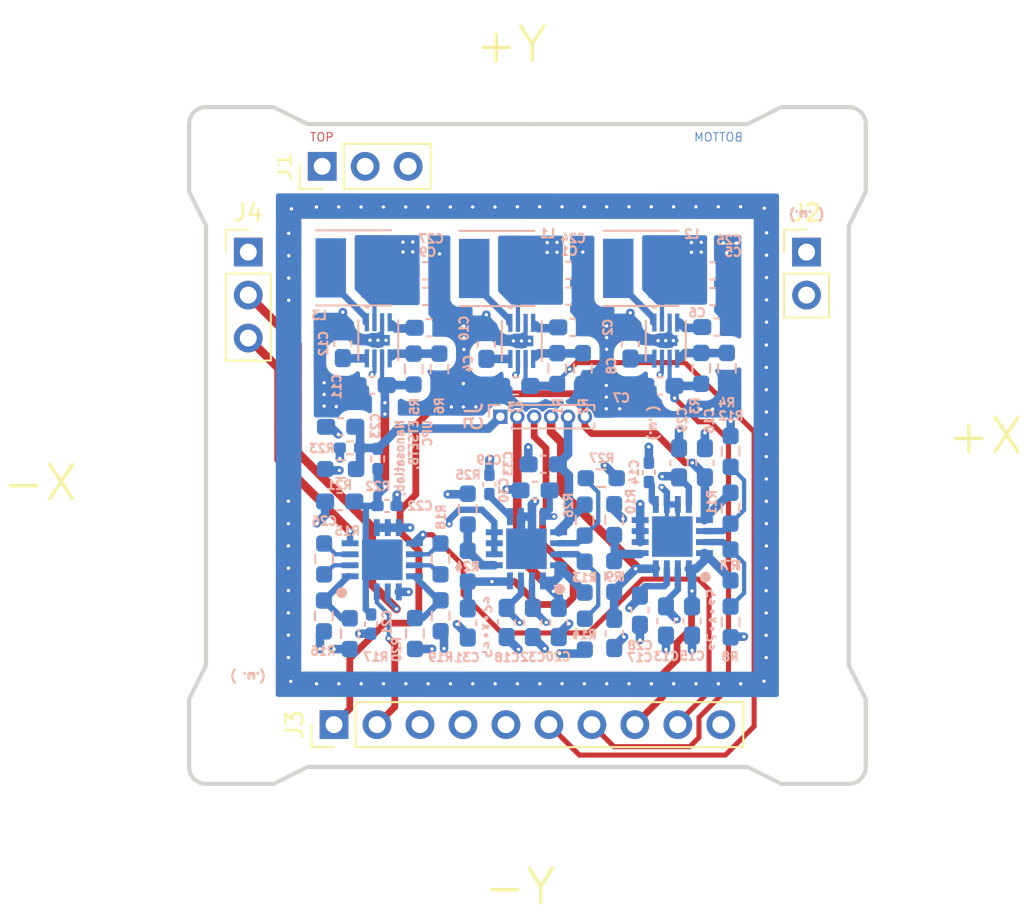
<source format=kicad_pcb>
(kicad_pcb (version 20211014) (generator pcbnew)
  (layers (0 "F.Cu" signal) (1 "In1.Cu" signal) (2 "In2.Cu" signal) (31 "B.Cu" signal) (34 "B.Paste" user) (35 "F.Paste" user) (36 "B.SilkS" user "B.Silkscreen") (37 "F.SilkS" user "F.Silkscreen") (38 "B.Mask" user) (39 "F.Mask" user) (44 "Edge.Cuts" user))
  (net 0 "")
  (net 1 "VCC")
  (net 2 "GND")
  (net 3 "Net-(C2-Pad1)")
  (net 4 "LEE1_Vcc")
  (net 5 "Net-(C4-Pad1)")
  (net 6 "Net-(C6-Pad1)")
  (net 7 "LEE2_Vcc")
  (net 8 "Net-(C8-Pad1)")
  (net 9 "Net-(C10-Pad1)")
  (net 10 "13V")
  (net 11 "Net-(C12-Pad1)")
  (net 12 "Net-(C14-Pad1)")
  (net 13 "3V")
  (net 14 "2V75")
  (net 15 "2V7")
  (net 16 "Net-(C19-Pad1)")
  (net 17 "2V5")
  (net 18 "Vtune1")
  (net 19 "SDA")
  (net 20 "SCL")
  (net 21 "P{slash}L power")
  (net 22 "ADC_PL2")
  (net 23 "DAC_PL2")
  (net 24 "Net-(L1-Pad2)")
  (net 25 "Net-(L2-Pad2)")
  (net 26 "Net-(L3-Pad2)")
  (net 27 "Net-(R1-Pad2)")
  (net 28 "Net-(R3-Pad2)")
  (net 29 "Net-(R5-Pad2)")
  (net 30 "Net-(R7-Pad1)")
  (net 31 "Net-(R10-Pad1)")
  (net 32 "Net-(R11-Pad1)")
  (net 33 "Net-(R13-Pad1)")
  (net 34 "Net-(R15-Pad1)")
  (net 35 "Net-(R15-Pad2)")
  (net 36 "Net-(R16-Pad1)")
  (net 37 "Net-(R18-Pad1)")
  (net 38 "Net-(R18-Pad2)")
  (net 39 "Net-(R19-Pad1)")
  (net 40 "LDO_extra1")
  (net 41 "Net-(R24-Pad1)")
  (net 42 "LDO_extra2")
  (net 43 "Net-(R26-Pad2)")
  (net 44 "RSSI")
  (net 45 "Vtune2")
  (footprint "Connector_PinHeader_2.54mm:PinHeader_1x10_P2.54mm_Vertical" (layer "F.Cu") (at 91.57 88.5 90)
    (fp_text reference "J3")
    (fp_text value "Conn_01x10")
  )
  (footprint "AutoGenerated:MountingHole_3.50mm" (layer "F.Cu") (at 86.5 55.5)
    (fp_text reference "")
    (fp_text value "")
  )
  (footprint "AutoGenerated:MountingHole_3.50mm" (layer "F.Cu") (at 86.5 88.5)
    (fp_text reference "")
    (fp_text value "")
  )
  (footprint "Connector_PinHeader_2.54mm:PinHeader_1x03_P2.54mm_Vertical" (layer "F.Cu") (at 86.5 60.57)
    (fp_text reference "J4")
    (fp_text value "Conn_01x03")
  )
  (footprint "Connector_PinHeader_2.54mm:PinHeader_1x02_P2.54mm_Vertical" (layer "F.Cu") (at 119.5 60.57)
    (fp_text reference "J2")
    (fp_text value "Conn_01x02")
  )
  (footprint "AutoGenerated:MountingHole_3.50mm" (layer "F.Cu") (at 119.5 88.5)
    (fp_text reference "")
    (fp_text value "")
  )
  (footprint "Connector_PinHeader_2.54mm:PinHeader_1x03_P2.54mm_Vertical" (layer "F.Cu") (at 90.87 55.5 90)
    (fp_text reference "J1")
    (fp_text value "Conn_01x03")
  )
  (footprint "AutoGenerated:MountingHole_3.50mm" (layer "F.Cu") (at 119.5 55.5)
    (fp_text reference "")
    (fp_text value "")
  )
  (footprint "SamacSys_Parts:QFN65P400X400X90-17N" (layer "B.Cu") (at 111.565393 77.385393 90)
    (fp_text reference "U4" hide)
    (fp_text value "MIC2215-AAAYML-TR" hide)
  )
  (footprint "Capacitor_SMD:C_0603_1608Metric_Pad1.08x0.95mm_HandSolder" (layer "B.Cu") (at 100.569904 66.017093 90)
    (fp_text reference "C4")
    (fp_text value "4.7 uF")
  )
  (footprint "Resistor_SMD:R_0603_1608Metric_Pad0.98x0.95mm_HandSolder" (layer "B.Cu") (at 90.982893 78.705393 90)
    (fp_text reference "R15")
    (fp_text value "X")
  )
  (footprint "Resistor_SMD:R_0603_1608Metric_Pad0.98x0.95mm_HandSolder" (layer "B.Cu") (at 115.005393 79.065393 -90)
    (fp_text reference "R7")
    (fp_text value "140 k")
  )
  (footprint "Capacitor_SMD:C_0603_1608Metric_Pad1.08x0.95mm_HandSolder" (layer "B.Cu") (at 112.730393 82.370393 -90)
    (fp_text reference "C15")
    (fp_text value "4.7 uF")
  )
  (footprint "Capacitor_SMD:C_0603_1608Metric_Pad1.08x0.95mm_HandSolder" (layer "B.Cu") (at 111.960393 73.020393 90)
    (fp_text reference "C29")
    (fp_text value "1 uF")
  )
  (footprint "Capacitor_SMD:C_0603_1608Metric_Pad1.08x0.95mm_HandSolder" (layer "B.Cu") (at 103.322893 82.462893 -90)
    (fp_text reference "C32")
    (fp_text value "1 uF")
  )
  (footprint "Resistor_SMD:R_0603_1608Metric_Pad0.98x0.95mm_HandSolder" (layer "B.Cu") (at 90.970393 82.075393 -90)
    (fp_text reference "R16")
    (fp_text value "X")
  )
  (footprint "Resistor_SMD:R_0603_1608Metric_Pad0.98x0.95mm_HandSolder" (layer "B.Cu") (at 113.272893 67.440393 90)
    (fp_text reference "R3")
    (fp_text value "X")
  )
  (footprint "Capacitor_SMD:C_0603_1608Metric_Pad1.08x0.95mm_HandSolder" (layer "B.Cu") (at 113.942893 63.200393)
    (fp_text reference "C5")
    (fp_text value "1 uF")
  )
  (footprint "Resistor_SMD:R_0603_1608Metric_Pad0.98x0.95mm_HandSolder" (layer "B.Cu") (at 97.870393 82.065393 -90)
    (fp_text reference "R19")
    (fp_text value "64.9 k")
  )
  (footprint "Capacitor_SMD:C_0603_1608Metric_Pad1.08x0.95mm_HandSolder" (layer "B.Cu") (at 114.192893 65.000393)
    (fp_text reference "C6")
    (fp_text value "1 nF")
  )
  (footprint "Resistor_SMD:R_0603_1608Metric_Pad0.98x0.95mm_HandSolder" (layer "B.Cu") (at 91.960393 73.393788)
    (fp_text reference "R21")
    (fp_text value "39.2 k")
  )
  (footprint "Resistor_SMD:R_0603_1608Metric_Pad0.98x0.95mm_HandSolder" (layer "B.Cu") (at 106.392893 83.152893 90)
    (fp_text reference "R14")
    (fp_text value "100 k")
  )
  (footprint "Capacitor_SMD:C_0402_1005Metric_Pad0.74x0.62mm_HandSolder" (layer "B.Cu") (at 110.180393 73.590393 90)
    (fp_text reference "C14")
    (fp_text value "0.1 uF")
  )
  (footprint "Capacitor_SMD:C_0603_1608Metric_Pad1.08x0.95mm_HandSolder" (layer "B.Cu") (at 111.190393 82.370393 -90)
    (fp_text reference "C13")
    (fp_text value "1 uF")
  )
  (footprint "Resistor_SMD:R_0603_1608Metric_Pad0.98x0.95mm_HandSolder" (layer "B.Cu") (at 108.125393 79.745393 90)
    (fp_text reference "R9")
    (fp_text value "116 k")
  )
  (footprint "Capacitor_SMD:C_0603_1608Metric_Pad1.08x0.95mm_HandSolder" (layer "B.Cu") (at 110.830393 68.480393 180)
    (fp_text reference "C7")
    (fp_text value "1 uF")
  )
  (footprint "Capacitor_SMD:C_0603_1608Metric_Pad1.08x0.95mm_HandSolder" (layer "B.Cu") (at 93.822893 68.432893 180)
    (fp_text reference "C11")
    (fp_text value "1 uF")
  )
  (footprint "Resistor_SMD:R_0603_1608Metric_Pad0.98x0.95mm_HandSolder" (layer "B.Cu") (at 92.500393 83.125393 90)
    (fp_text reference "R17")
    (fp_text value "604 k")
  )
  (footprint "Capacitor_SMD:C_0603_1608Metric_Pad1.08x0.95mm_HandSolder" (layer "B.Cu") (at 103.452893 74.652893 180)
    (fp_text reference "C30")
    (fp_text value "1 uF")
  )
  (footprint "Resistor_SMD:R_0603_1608Metric_Pad0.98x0.95mm_HandSolder" (layer "B.Cu") (at 99.472893 79.132893 -90)
    (fp_text reference "R24")
    (fp_text value "X")
  )
  (footprint "Capacitor_SMD:C_0603_1608Metric_Pad1.08x0.95mm_HandSolder" (layer "B.Cu") (at 105.679904 65.017093)
    (fp_text reference "C2")
    (fp_text value "1 nF")
  )
  (footprint "Capacitor_SMD:C_0603_1608Metric_Pad1.08x0.95mm_HandSolder" (layer "B.Cu") (at 109.650393 81.740393 -90)
    (fp_text reference "C28")
    (fp_text value "1 uF")
  )
  (footprint "Capacitor_SMD:C_0603_1608Metric_Pad1.08x0.95mm_HandSolder" (layer "B.Cu") (at 97.197893 65.042893)
    (fp_text reference "C10")
    (fp_text value "1 nF")
  )
  (footprint "SamacSys_Parts:QFN65P400X400X90-17N" (layer "B.Cu") (at 102.942893 78.102893 90)
    (fp_text reference "U5" hide)
    (fp_text value "MIC2215-AAAYML-TR" hide)
  )
  (footprint "Capacitor_SMD:C_0603_1608Metric_Pad1.08x0.95mm_HandSolder" (layer "B.Cu") (at 91.960393 70.893788 180)
    (fp_text reference "C23")
    (fp_text value "X")
  )
  (footprint "Resistor_SMD:R_0603_1608Metric_Pad0.98x0.95mm_HandSolder" (layer "B.Cu") (at 104.759904 67.457093 90)
    (fp_text reference "R1")
    (fp_text value "X")
  )
  (footprint "ASPI4030S5R6M-T:ASPI-4030S-100M-T" (layer "B.Cu") (at 92.722882 61.502898 180)
    (fp_text reference "L3")
    (fp_text value "5.6 uH" hide)
  )
  (footprint "Resistor_SMD:R_0603_1608Metric_Pad0.98x0.95mm_HandSolder" (layer "B.Cu") (at 97.797893 67.482893 -90)
    (fp_text reference "R6")
    (fp_text value "50 k")
  )
  (footprint "Capacitor_SMD:C_0402_1005Metric_Pad0.74x0.62mm_HandSolder" (layer "B.Cu") (at 100.752893 74.302893 90)
    (fp_text reference "C19")
    (fp_text value "0.1 uF")
  )
  (footprint "Capacitor_SMD:C_0603_1608Metric_Pad1.08x0.95mm_HandSolder" (layer "B.Cu") (at 102.306705 68.477093 180)
    (fp_text reference "C3")
    (fp_text value "1 uF")
  )
  (footprint "Resistor_SMD:R_0603_1608Metric_Pad0.98x0.95mm_HandSolder" (layer "B.Cu") (at 96.350393 83.115393 90)
    (fp_text reference "R20")
    (fp_text value "301 k")
  )
  (footprint "Capacitor_SMD:C_0603_1608Metric_Pad1.08x0.95mm_HandSolder" (layer "B.Cu") (at 105.429904 63.169693)
    (fp_text reference "C1")
    (fp_text value "1 uF")
  )
  (footprint "ASPI4030S5R6M-T:ASPI-4030S-100M-T" (layer "B.Cu") (at 109.71538 61.530381 180)
    (fp_text reference "L2")
    (fp_text value "5.6 uH" hide)
  )
  (footprint "Capacitor_SMD:C_0603_1608Metric_Pad1.08x0.95mm_HandSolder" (layer "B.Cu") (at 105.429904 61.647093)
    (fp_text reference "C24")
    (fp_text value "100 nF")
  )
  (footprint "Resistor_SMD:R_0603_1608Metric_Pad0.98x0.95mm_HandSolder" (layer "B.Cu") (at 108.125393 76.385393 90)
    (fp_text reference "R10")
    (fp_text value "100 k")
  )
  (footprint "Capacitor_SMD:C_0603_1608Metric_Pad1.08x0.95mm_HandSolder" (layer "B.Cu") (at 99.472893 82.492893 -90)
    (fp_text reference "C31")
    (fp_text value "4.7 uF")
  )
  (footprint "Resistor_SMD:R_0603_1608Metric_Pad0.98x0.95mm_HandSolder" (layer "B.Cu") (at 97.862893 78.705393 90)
    (fp_text reference "R18")
    (fp_text value "73.2 k")
  )
  (footprint "Connector_PinHeader_1.00mm:PinHeader_1x06_P1.00mm_Vertical" (layer "B.Cu") (at 101.399999 70.3 -90)
    (fp_text reference "J5")
    (fp_text value "Conn_01x06_Female")
  )
  (footprint "Resistor_SMD:R_0603_1608Metric_Pad0.98x0.95mm_HandSolder" (layer "B.Cu") (at 106.382893 76.412893 -90)
    (fp_text reference "R26")
    (fp_text value "X")
  )
  (footprint "Capacitor_SMD:C_0603_1608Metric_Pad1.08x0.95mm_HandSolder" (layer "B.Cu") (at 104.852893 82.462893 -90)
    (fp_text reference "C20")
    (fp_text value "4.7 uF")
  )
  (footprint "Capacitor_SMD:C_0603_1608Metric_Pad1.08x0.95mm_HandSolder" (layer "B.Cu") (at 113.490393 73.020393 90)
    (fp_text reference "C16")
    (fp_text value "4.7 uF")
  )
  (footprint "Capacitor_SMD:C_0603_1608Metric_Pad1.08x0.95mm_HandSolder" (layer "B.Cu") (at 91.902893 75.312893 180)
    (fp_text reference "C26")
    (fp_text value "1 uF")
  )
  (footprint "Capacitor_SMD:C_0603_1608Metric_Pad1.08x0.95mm_HandSolder" (layer "B.Cu") (at 109.082893 66.000393 90)
    (fp_text reference "C8")
    (fp_text value "4.7 uF")
  )
  (footprint "Resistor_SMD:R_0603_1608Metric_Pad0.98x0.95mm_HandSolder" (layer "B.Cu") (at 115.010393 82.430393 90)
    (fp_text reference "R8")
    (fp_text value "100 k")
  )
  (footprint "Resistor_SMD:R_0402_1005Metric_Pad0.72x0.64mm_HandSolder" (layer "B.Cu") (at 92.510393 72.143788 180)
    (fp_text reference "R23")
    (fp_text value "49.9 k")
  )
  (footprint "Capacitor_SMD:C_0603_1608Metric_Pad1.08x0.95mm_HandSolder" (layer "B.Cu") (at 101.772893 82.462893 -90)
    (fp_text reference "C18")
    (fp_text value "1 uF")
  )
  (footprint "SamacSys_Parts:QFN65P400X400X90-17N" (layer "B.Cu") (at 94.420393 78.755393)
    (fp_text reference "U6" hide)
    (fp_text value "AD8224ACPZ-R7" hide)
  )
  (footprint "Resistor_SMD:R_0603_1608Metric_Pad0.98x0.95mm_HandSolder" (layer "B.Cu") (at 115.010393 72.350393 -90)
    (fp_text reference "R12")
    (fp_text value "100 k")
  )
  (footprint "Resistor_SMD:R_0603_1608Metric_Pad0.98x0.95mm_HandSolder" (layer "B.Cu") (at 96.277893 67.482893 90)
    (fp_text reference "R5")
    (fp_text value "X")
  )
  (footprint "Capacitor_SMD:C_0603_1608Metric_Pad1.08x0.95mm_HandSolder" (layer "B.Cu") (at 96.955393 63.182893)
    (fp_text reference "C9")
    (fp_text value "1 uF")
  )
  (footprint "Capacitor_SMD:C_0603_1608Metric_Pad1.08x0.95mm_HandSolder" (layer "B.Cu") (at 108.130393 83.110393 -90)
    (fp_text reference "C17")
    (fp_text value "4.7 uF")
  )
  (footprint "Capacitor_SMD:C_0603_1608Metric_Pad1.08x0.95mm_HandSolder" (layer "B.Cu") (at 113.942893 61.680393)
    (fp_text reference "C25")
    (fp_text value "100 nF")
  )
  (footprint "footprints:LT3048IDC-TRMPBF" (layer "B.Cu") (at 102.664898 65.819712 -90)
    (fp_text reference "U1" hide)
    (fp_text value "LT3048IDC-TRMPBF" hide)
  )
  (footprint "Capacitor_SMD:C_0603_1608Metric_Pad1.08x0.95mm_HandSolder" (layer "B.Cu") (at 103.932893 73.112893 180)
    (fp_text reference "C33")
    (fp_text value "4.7 uF")
  )
  (footprint "Resistor_SMD:R_0603_1608Metric_Pad0.98x0.95mm_HandSolder" (layer "B.Cu") (at 106.279904 67.457093 -90)
    (fp_text reference "R2")
    (fp_text value "50 k")
  )
  (footprint "Resistor_SMD:R_0603_1608Metric_Pad0.98x0.95mm_HandSolder" (layer "B.Cu") (at 107.362893 73.932893 180)
    (fp_text reference "R27")
    (fp_text value "X")
  )
  (footprint "Resistor_SMD:R_0603_1608Metric_Pad0.98x0.95mm_HandSolder" (layer "B.Cu") (at 114.792893 67.440393 -90)
    (fp_text reference "R4")
    (fp_text value "50 k")
  )
  (footprint "Capacitor_SMD:C_0402_1005Metric_Pad0.74x0.62mm_HandSolder" (layer "B.Cu") (at 94.702893 75.572893)
    (fp_text reference "C22")
    (fp_text value "0.1 uF")
  )
  (footprint "Capacitor_SMD:C_0603_1608Metric_Pad1.08x0.95mm_HandSolder" (layer "B.Cu") (at 96.955393 61.672893)
    (fp_text reference "C27")
    (fp_text value "100 nF")
  )
  (footprint "Capacitor_SMD:C_0603_1608Metric_Pad1.08x0.95mm_HandSolder" (layer "B.Cu") (at 92.087893 65.972893 90)
    (fp_text reference "C12")
    (fp_text value "4.7 uF")
  )
  (footprint "footprints:LT3048IDC-TRMPBF" (layer "B.Cu") (at 111.178354 65.800408 -90)
    (fp_text reference "U2" hide)
    (fp_text value "LT3048IDC-TRMPBF" hide)
  )
  (footprint "Resistor_SMD:R_0402_1005Metric_Pad0.72x0.64mm_HandSolder" (layer "B.Cu") (at 94.150393 72.793788 90)
    (fp_text reference "R22")
    (fp_text value "25.5 k")
  )
  (footprint "Capacitor_SMD:C_0402_1005Metric_Pad0.74x0.62mm_HandSolder" (layer "B.Cu") (at 93.760393 82.555393 -90)
    (fp_text reference "C21")
    (fp_text value "0.1 uF")
  )
  (footprint "ASPI4030S5R6M-T:ASPI-4030S-100M-T" (layer "B.Cu") (at 101.199472 61.537188 180)
    (fp_text reference "L1")
    (fp_text value "5.6 uH" hide)
  )
  (footprint "Resistor_SMD:R_0603_1608Metric_Pad0.98x0.95mm_HandSolder" (layer "B.Cu") (at 99.472893 75.762893 -90)
    (fp_text reference "R25")
    (fp_text value "X")
  )
  (footprint "footprints:LT3048IDC-TRMPBF" (layer "B.Cu") (at 94.18333 65.782907 -90)
    (fp_text reference "U3" hide)
    (fp_text value "LT3048IDC-TRMPBF" hide)
  )
  (footprint "Resistor_SMD:R_0603_1608Metric_Pad0.98x0.95mm_HandSolder" (layer "B.Cu") (at 115.005393 75.705393 90)
    (fp_text reference "R11")
    (fp_text value "120 k")
  )
  (footprint "Resistor_SMD:R_0603_1608Metric_Pad0.98x0.95mm_HandSolder" (layer "B.Cu") (at 106.382893 79.782893 -90)
    (fp_text reference "R13")
    (fp_text value "100 k")
  )
  (gr_line (start 100.854 53.001) (end 103 53.001) (layer "Edge.Cuts") (width 0.25))
  (gr_line (start 83 57) (end 83 53) (layer "Edge.Cuts") (width 0.25))
  (gr_line (start 123 87) (end 123 91) (layer "Edge.Cuts") (width 0.25))
  (gr_line (start 103 53.001) (end 116 53.001) (layer "Edge.Cuts") (width 0.25))
  (gr_line (start 90 53.001) (end 100.854 53.001) (layer "Edge.Cuts") (width 0.25))
  (gr_line (start 123 57) (end 122 59) (layer "Edge.Cuts") (width 0.25))
  (gr_line (start 116 91) (end 118 92) (layer "Edge.Cuts") (width 0.25))
  (gr_arc (start 122 52) (mid 122.707176 52.292972) (end 123 53.000209) (layer "Edge.Cuts") (width 0.25))
  (gr_line (start 84.001 52) (end 88.001 52) (layer "Edge.Cuts") (width 0.25))
  (gr_line (start 84 85) (end 84 59) (layer "Edge.Cuts") (width 0.25))
  (gr_line (start 123 57) (end 123 53) (layer "Edge.Cuts") (width 0.25))
  (gr_line (start 90 91) (end 88 92) (layer "Edge.Cuts") (width 0.25))
  (gr_line (start 117.999 52) (end 121.999 52) (layer "Edge.Cuts") (width 0.25))
  (gr_line (start 88.001 52) (end 90 53.001) (layer "Edge.Cuts") (width 0.25))
  (gr_line (start 83 87) (end 84 85) (layer "Edge.Cuts") (width 0.25))
  (gr_line (start 88 92) (end 84 92) (layer "Edge.Cuts") (width 0.25))
  (gr_arc (start 84 92) (mid 83.292893 91.707107) (end 83 91) (layer "Edge.Cuts") (width 0.25))
  (gr_arc (start 83 53) (mid 83.292893 52.292893) (end 84 52) (layer "Edge.Cuts") (width 0.25))
  (gr_line (start 84 59) (end 83 57) (layer "Edge.Cuts") (width 0.25))
  (gr_line (start 116 53.001) (end 117.999 52) (layer "Edge.Cuts") (width 0.25))
  (gr_line (start 118 92) (end 122 92) (layer "Edge.Cuts") (width 0.25))
  (gr_line (start 122 85) (end 123 87) (layer "Edge.Cuts") (width 0.25))
  (gr_line (start 122 59) (end 122 85) (layer "Edge.Cuts") (width 0.25))
  (gr_line (start 116 91) (end 90 91) (layer "Edge.Cuts") (width 0.25))
  (gr_arc (start 123 91) (mid 122.707105 91.707105) (end 122 92) (layer "Edge.Cuts") (width 0.25))
  (gr_line (start 83 91) (end 83 87) (layer "Edge.Cuts") (width 0.25))
  (gr_text "TOP" (at 90.112 53.778) (layer "F.Cu") (effects (font (size 0.5 0.5) (thickness 0.05)) (justify left)))
  (gr_text "BOTTOM" (at 115.766 53.778) (layer "B.Cu") (effects (font (size 0.5 0.5) (thickness 0.05)) (justify left mirror)))
  (gr_text "Nanosatlab, \nETSETB, \nUPC" (at 96.272893 70.412893 90) (layer "B.SilkS") (effects (font (size 0.508 0.508) (thickness 0.127)) (justify left mirror)))
  (gr_text "ʕっ•ᴥ•ʔっ" (at 100.592893 82.712893 270) (layer "B.SilkS") (effects (font (size 0.508 0.508) (thickness 0.127)) (justify mirror)))
  (gr_text "( .ω.)" (at 119.502884 58.372884 180) (layer "B.SilkS") (effects (font (size 0.508 0.508) (thickness 0.127))))
  (gr_text "ʕっ•ᴥ•ʔっ" (at 113.882893 82.322893 90) (layer "B.SilkS") (effects (font (size 0.508 0.508) (thickness 0.127)) (justify mirror)))
  (gr_text "( .ω.)" (at 110.482893 70.672893 270) (layer "B.SilkS") (effects (font (size 0.508 0.508) (thickness 0.127))))
  (gr_text "( .ω.)" (at 86.482893 85.672893 180) (layer "B.SilkS") (effects (font (size 0.508 0.508) (thickness 0.127)) (justify mirror)))
  (gr_text "+Y" (at 99.764 48.317) (layer "F.SilkS") (effects (font (size 2.032 2.032) (thickness 0.203)) (justify left)))
  (gr_text "+X" (at 127.704 71.431) (layer "F.SilkS") (effects (font (size 2.032 2.032) (thickness 0.203)) (justify left)))
  (gr_text "-Y" (at 100.272 98.101) (layer "F.SilkS") (effects (font (size 2.032 2.032) (thickness 0.203)) (justify left)))
  (gr_text "-X" (at 71.824 74.225) (layer "F.SilkS") (effects (font (size 2.032 2.032) (thickness 0.203)) (justify left)))
  (via (at 98.285798 74.885798) (size 0.4) (drill 0.2) (layers "F.Cu" "B.Cu") (net 2))
  (via (at 107.682893 64.932893) (size 0.4) (drill 0.2) (layers "F.Cu" "B.Cu") (net 2))
  (via (at 91.702893 69.702893) (size 0.4) (drill 0.2) (layers "F.Cu" "B.Cu") (net 2))
  (via (at 88.892893 59.46337) (size 0.4) (drill 0.2) (layers "F.Cu" "B.Cu") (net 2))
  (via (at 109.650393 83.500393) (size 0.4) (drill 0.2) (layers "F.Cu" "B.Cu") (net 2))
  (via (at 98.443847 57.902893) (size 0.4) (drill 0.2) (layers "F.Cu" "B.Cu") (net 2))
  (via (at 88.872893 79.254801) (size 0.4) (drill 0.2) (layers "F.Cu" "B.Cu") (net 2))
  (via (at 94.642893 65.782893) (size 0.4) (drill 0.2) (layers "F.Cu" "B.Cu") (net 2))
  (via (at 106.274455 60.569693) (size 0.4) (drill 0.2) (layers "F.Cu" "B.Cu") (net 2))
  (via (at 110.170393 72.080393) (size 0.4) (drill 0.2) (layers "F.Cu" "B.Cu") (net 2))
  (via (at 117.122893 75.299554) (size 0.4) (drill 0.2) (layers "F.Cu" "B.Cu") (net 2))
  (via (at 91.846232 57.902893) (size 0.4) (drill 0.2) (layers "F.Cu" "B.Cu") (net 2))
  (via (at 106.364312 57.892893) (size 0.4) (drill 0.2) (layers "F.Cu" "B.Cu") (net 2))
  (via (at 103.0535 72.1) (size 0.4) (drill 0.2) (layers "F.Cu" "B.Cu") (net 2))
  (via (at 91.852893 86.081939) (size 0.4) (drill 0.2) (layers "F.Cu" "B.Cu") (net 2))
  (via (at 107.682893 65.622893) (size 0.4) (drill 0.2) (layers "F.Cu" "B.Cu") (net 2))
  (via (at 105.464373 82.532893) (size 0.4) (drill 0.2) (layers "F.Cu" "B.Cu") (net 2))
  (via (at 88.892893 63.421939) (size 0.4) (drill 0.2) (layers "F.Cu" "B.Cu") (net 2))
  (via (at 102.472893 84.052893) (size 0.4) (drill 0.2) (layers "F.Cu" "B.Cu") (net 2))
  (via (at 114.28145 57.892893) (size 0.4) (drill 0.2) (layers "F.Cu" "B.Cu") (net 2))
  (via (at 117.112893 80.582893) (size 0.4) (drill 0.2) (layers "F.Cu" "B.Cu") (net 2))
  (via (at 117.122893 66.062893) (size 0.4) (drill 0.2) (layers "F.Cu" "B.Cu") (net 2))
  (via (at 98.832893 82.562893) (size 0.4) (drill 0.2) (layers "F.Cu" "B.Cu") (net 2))
  (via (at 99.770031 86.081939) (size 0.4) (drill 0.2) (layers "F.Cu" "B.Cu") (net 2))
  (via (at 110.728343 65.800393) (size 0.4) (drill 0.2) (layers "F.Cu" "B.Cu") (net 2))
  (via (at 103.451769 75.304017) (size 0.4) (drill 0.2) (layers "F.Cu" "B.Cu") (net 2))
  (via (at 111.645738 86.081939) (size 0.4) (drill 0.2) (layers "F.Cu" "B.Cu") (net 2))
  (via (at 111.960393 71.140393) (size 0.4) (drill 0.2) (layers "F.Cu" "B.Cu") (net 2))
  (via (at 102.409077 86.081939) (size 0.4) (drill 0.2) (layers "F.Cu" "B.Cu") (net 2))
  (via (at 95.3 74.9) (size 0.4) (drill 0.2) (layers "F.Cu" "B.Cu") (net 2))
  (via (at 99.76337 57.902893) (size 0.4) (drill 0.2) (layers "F.Cu" "B.Cu") (net 2))
  (via (at 102.649455 65.819693) (size 0.4) (drill 0.2) (layers "F.Cu" "B.Cu") (net 2))
  (via (at 101.082893 57.902893) (size 0.4) (drill 0.2) (layers "F.Cu" "B.Cu") (net 2))
  (via (at 117.132893 60.752416) (size 0.4) (drill 0.2) (layers "F.Cu" "B.Cu") (net 2))
  (via (at 95.811462 86.081939) (size 0.4) (drill 0.2) (layers "F.Cu" "B.Cu") (net 2))
  (via (at 103.7286 86.081939) (size 0.4) (drill 0.2) (layers "F.Cu" "B.Cu") (net 2))
  (via (at 106.367646 86.081939) (size 0.4) (drill 0.2) (layers "F.Cu" "B.Cu") (net 2))
  (via (at 107.687169 86.081939) (size 0.4) (drill 0.2) (layers "F.Cu" "B.Cu") (net 2))
  (via (at 112.965261 86.081939) (size 0.4) (drill 0.2) (layers "F.Cu" "B.Cu") (net 2))
  (via (at 90.982893 69.672893) (size 0.4) (drill 0.2) (layers "F.Cu" "B.Cu") (net 2))
  (via (at 100.569455 64.272193) (size 0.4) (drill 0.2) (layers "F.Cu" "B.Cu") (net 2))
  (via (at 88.872893 77.935278) (size 0.4) (drill 0.2) (layers "F.Cu" "B.Cu") (net 2))
  (via (at 99.212893 69.722893) (size 0.4) (drill 0.2) (layers "F.Cu" "B.Cu") (net 2))
  (via (at 113.490393 71.250393) (size 0.4) (drill 0.2) (layers "F.Cu" "B.Cu") (net 2))
  (via (at 101.089554 86.081939) (size 0.4) (drill 0.2) (layers "F.Cu" "B.Cu") (net 2))
  (via (at 107.683835 57.892893) (size 0.4) (drill 0.2) (layers "F.Cu" "B.Cu") (net 2))
  (via (at 111.628343 65.800393) (size 0.4) (drill 0.2) (layers "F.Cu" "B.Cu") (net 2))
  (via (at 107.682893 66.312893) (size 0.4) (drill 0.2) (layers "F.Cu" "B.Cu") (net 2))
  (via (at 103.124455 65.819693) (size 0.4) (drill 0.2) (layers "F.Cu" "B.Cu") (net 2))
  (via (at 99.242893 65.632893) (size 0.4) (drill 0.2) (layers "F.Cu" "B.Cu") (net 2))
  (via (at 110.326215 86.081939) (size 0.4) (drill 0.2) (layers "F.Cu" "B.Cu") (net 2))
  (via (at 117.112893 81.902416) (size 0.4) (drill 0.2) (layers "F.Cu" "B.Cu") (net 2))
  (via (at 97.130985 86.081939) (size 0.4) (drill 0.2) (layers "F.Cu" "B.Cu") (net 2))
  (via (at 99.952893 69.722893) (size 0.4) (drill 0.2) (layers "F.Cu" "B.Cu") (net 2))
  (via (at 117.132893 64.710985) (size 0.4) (drill 0.2) (layers "F.Cu" "B.Cu") (net 2))
  (via (at 112.961927 57.892893) (size 0.4) (drill 0.2) (layers "F.Cu" "B.Cu") (net 2))
  (via (at 117.122893 72.660508) (size 0.4) (drill 0.2) (layers "F.Cu" "B.Cu") (net 2))
  (via (at 88.872893 83.21337) (size 0.4) (drill 0.2) (layers "F.Cu" "B.Cu") (net 2))
  (via (at 117.132893 59.432893) (size 0.4) (drill 0.2) (layers "F.Cu" "B.Cu") (net 2))
  (via (at 95.980393 80.655393) (size 0.4) (drill 0.2) (layers "F.Cu" "B.Cu") (net 2))
  (via (at 117.122893 77.9386) (size 0.4) (drill 0.2) (layers "F.Cu" "B.Cu") (net 2))
  (via (at 93.165755 57.902893) (size 0.4) (drill 0.2) (layers "F.Cu" "B.Cu") (net 2))
  (via (at 105.044789 57.892893) (size 0.4) (drill 0.2) (layers "F.Cu" "B.Cu") (net 2))
  (via (at 90.740393 84.025393) (size 0.4) (drill 0.2) (layers "F.Cu" "B.Cu") (net 2))
  (via (at 117.122893 71.340985) (size 0.4) (drill 0.2) (layers "F.Cu" "B.Cu") (net 2))
  (via (at 90.526709 57.902893) (size 0.4) (drill 0.2) (layers "F.Cu" "B.Cu") (net 2))
  (via (at 88.872893 84.532893) (size 0.4) (drill 0.2) (layers "F.Cu" "B.Cu") (net 2))
  (via (at 99.242893 64.942893) (size 0.4) (drill 0.2) (layers "F.Cu" "B.Cu") (net 2))
  (via (at 115.8 83.3) (size 0.4) (drill 0.2) (layers "F.Cu" "B.Cu") (net 2))
  (via (at 98.450508 86.081939) (size 0.4) (drill 0.2) (layers "F.Cu" "B.Cu") (net 2))
  (via (at 88.892893 62.102416) (size 0.4) (drill 0.2) (layers "F.Cu" "B.Cu") (net 2))
  (via (at 97.807893 60.672893) (size 0.4) (drill 0.2) (layers "F.Cu" "B.Cu") (net 2))
  (via (at 115.010393 70.580393) (size 0.4) (drill 0.2) (layers "F.Cu" "B.Cu") (net 2))
  (via (at 111.190393 84.060393) (size 0.4) (drill 0.2) (layers "F.Cu" "B.Cu") (net 2))
  (via (at 114.284784 86.081939) (size 0.4) (drill 0.2) (layers "F.Cu" "B.Cu") (net 2))
  (via (at 115.600973 57.892893) (size 0.4) (drill 0.2) (layers "F.Cu" "B.Cu") (net 2))
  (via (at 112.730393 84.110393) (size 0.4) (drill 0.2) (layers "F.Cu" "B.Cu") (net 2))
  (via (at 90.982893 68.982893) (size 0.4) (drill 0.2) (layers "F.Cu" "B.Cu") (net 2))
  (via (at 117.112893 84.541462) (size 0.4) (drill 0.2) (layers "F.Cu" "B.Cu") (net 2))
  (via (at 89.012893 85.942893) (size 0.4) (drill 0.2) (layers "F.Cu" "B.Cu") (net 2))
  (via (at 117.132893 62.071939) (size 0.4) (drill 0.2) (layers "F.Cu" "B.Cu") (net 2))
  (via (at 90.552893 76.602893) (size 0.4) (drill 0.2) (layers "F.Cu" "B.Cu") (net 2))
  (via (at 91.909749 72.765143) (size 0.4) (drill 0.2) (layers "F.Cu" "B.Cu") (net 2))
  (via (at 98.070393 84.005393) (size 0.4) (drill 0.2) (layers "F.Cu" "B.Cu") (net 2))
  (via (at 115.604307 86.081939) (size 0.4) (drill 0.2) (layers "F.Cu" "B.Cu") (net 2))
  (via (at 88.872893 80.574324) (size 0.4) (drill 0.2) (layers "F.Cu" "B.Cu") (net 2))
  (via (at 107.662893 69.142893) (size 0.4) (drill 0.2) (layers "F.Cu" "B.Cu") (net 2))
  (via (at 111.642404 57.892893) (size 0.4) (drill 0.2) (layers "F.Cu" "B.Cu") (net 2))
  (via (at 88.892893 60.782893) (size 0.4) (drill 0.2) (layers "F.Cu" "B.Cu") (net 2))
  (via (at 117.122893 73.980031) (size 0.4) (drill 0.2) (layers "F.Cu" "B.Cu") (net 2))
  (via (at 90.982893 68.292893) (size 0.4) (drill 0.2) (layers "F.Cu" "B.Cu") (net 2))
  (via (at 93.172416 86.081939) (size 0.4) (drill 0.2) (layers "F.Cu" "B.Cu") (net 2))
  (via (at 117.122893 70.021462) (size 0.4) (drill 0.2) (layers "F.Cu" "B.Cu") (net 2))
  (via (at 99.242893 66.322893) (size 0.4) (drill 0.2) (layers "F.Cu" "B.Cu") (net 2))
  (via (at 90.53337 86.081939) (size 0.4) (drill 0.2) (layers "F.Cu" "B.Cu") (net 2))
  (via (at 107.572893 73.182893) (size 0.4) (drill 0.2) (layers "F.Cu" "B.Cu") (net 2))
  (via (at 115.362893 60.032893) (size 0.4) (drill 0.2) (layers "F.Cu" "B.Cu") (net 2))
  (via (at 117.002893 57.972893) (size 0.4) (drill 0.2) (layers "F.Cu" "B.Cu") (net 2))
  (via (at 102.405743 57.892893) (size 0.4) (drill 0.2) (layers "F.Cu" "B.Cu") (net 2))
  (via (at 117.122893 67.382416) (size 0.4) (drill 0.2) (layers "F.Cu" "B.Cu") (net 2))
  (via (at 104.022893 84.012893) (size 0.4) (drill 0.2) (layers "F.Cu" "B.Cu") (net 2))
  (via (at 108.650393 76.340393) (size 0.4) (drill 0.2) (layers "F.Cu" "B.Cu") (net 2))
  (via (at 93.060393 83.125393) (size 0.4) (drill 0.2) (layers "F.Cu" "B.Cu") (net 2))
  (via (at 94.485278 57.902893) (size 0.4) (drill 0.2) (layers "F.Cu" "B.Cu") (net 2))
  (via (at 103.725266 57.892893) (size 0.4) (drill 0.2) (layers "F.Cu" "B.Cu") (net 2))
  (via (at 104.9 84.3) (size 0.4) (drill 0.2) (layers "F.Cu" "B.Cu") (net 2))
  (via (at 89.052893 58.012893) (size 0.4) (drill 0.2) (layers "F.Cu" "B.Cu") (net 2))
  (via (at 88.872893 75.296232) (size 0.4) (drill 0.2) (layers "F.Cu" "B.Cu") (net 2))
  (via (at 102.174455 65.819693) (size 0.4) (drill 0.2) (layers "F.Cu" "B.Cu") (net 2))
  (via (at 101.7465 74.6) (size 0.4) (drill 0.2) (layers "F.Cu" "B.Cu") (net 2))
  (via (at 114.778343 60.625393) (size 0.4) (drill 0.2) (layers "F.Cu" "B.Cu") (net 2))
  (via (at 91.819749 71.345143) (size 0.4) (drill 0.2) (layers "F.Cu" "B.Cu") (net 2))
  (via (at 88.872893 81.893847) (size 0.4) (drill 0.2) (layers "F.Cu" "B.Cu") (net 2))
  (via (at 113.942893 69.852893) (size 0.4) (drill 0.2) (layers "F.Cu" "B.Cu") (net 2))
  (via (at 117.122893 68.701939) (size 0.4) (drill 0.2) (layers "F.Cu" "B.Cu") (net 2))
  (via (at 109.006692 86.081939) (size 0.4) (drill 0.2) (layers "F.Cu" "B.Cu") (net 2))
  (via (at 117.132893 63.391462) (size 0.4) (drill 0.2) (layers "F.Cu" "B.Cu") (net 2))
  (via (at 108.452893 69.832893) (size 0.4) (drill 0.2) (layers "F.Cu" "B.Cu") (net 2))
  (via (at 114.582893 60.032893) (size 0.4) (drill 0.2) (layers "F.Cu" "B.Cu") (net 2))
  (via (at 96.070393 76.855393) (size 0.4) (drill 0.2) (layers "F.Cu" "B.Cu") (net 2))
  (via (at 100.8 72.8) (size 0.4) (drill 0.2) (layers "F.Cu" "B.Cu") (net 2))
  (via (at 92.088855 64.119181) (size 0.4) (drill 0.2) (layers "F.Cu" "B.Cu") (net 2))
  (via (at 110.940393 74.470393) (size 0.4) (drill 0.2) (layers "F.Cu" "B.Cu") (net 2))
  (via (at 107.662893 69.832893) (size 0.4) (drill 0.2) (layers "F.Cu" "B.Cu") (net 2))
  (via (at 88.872893 76.615755) (size 0.4) (drill 0.2) (layers "F.Cu" "B.Cu") (net 2))
  (via (at 111.178343 65.800393) (size 0.4) (drill 0.2) (layers "F.Cu" "B.Cu") (net 2))
  (via (at 117.122893 79.258123) (size 0.4) (drill 0.2) (layers "F.Cu" "B.Cu") (net 2))
  (via (at 98.502893 69.722893) (size 0.4) (drill 0.2) (layers "F.Cu" "B.Cu") (net 2))
  (via (at 94.491939 86.081939) (size 0.4) (drill 0.2) (layers "F.Cu" "B.Cu") (net 2))
  (via (at 109.080393 64.160393) (size 0.4) (drill 0.2) (layers "F.Cu" "B.Cu") (net 2))
  (via (at 93.692893 65.782893) (size 0.4) (drill 0.2) (layers "F.Cu" "B.Cu") (net 2))
  (via (at 110.322881 57.892893) (size 0.4) (drill 0.2) (layers "F.Cu" "B.Cu") (net 2))
  (via (at 117.122893 76.619077) (size 0.4) (drill 0.2) (layers "F.Cu" "B.Cu") (net 2))
  (via (at 116.982893 85.932893) (size 0.4) (drill 0.2) (layers "F.Cu" "B.Cu") (net 2))
  (via (at 99.212893 68.342893) (size 0.4) (drill 0.2) (layers "F.Cu" "B.Cu") (net 2))
  (via (at 97.124324 57.902893) (size 0.4) (drill 0.2) (layers "F.Cu" "B.Cu") (net 2))
  (via (at 109.003358 57.892893) (size 0.4) (drill 0.2) (layers "F.Cu" "B.Cu") (net 2))
  (via (at 107.662893 68.452893) (size 0.4) (drill 0.2) (layers "F.Cu" "B.Cu") (net 2))
  (via (at 117.112893 83.221939) (size 0.4) (drill 0.2) (layers "F.Cu" "B.Cu") (net 2))
  (via (at 108.710393 83.320393) (size 0.4) (drill 0.2) (layers "F.Cu" "B.Cu") (net 2))
  (via (at 95.804801 57.902893) (size 0.4) (drill 0.2) (layers "F.Cu" "B.Cu") (net 2))
  (via (at 105.048123 86.081939) (size 0.4) (drill 0.2) (layers "F.Cu" "B.Cu") (net 2))
  (via (at 94.167893 65.782893) (size 0.4) (drill 0.2) (layers "F.Cu" "B.Cu") (net 2))
  (via (at 113.252893 69.852893) (size 0.4) (drill 0.2) (layers "F.Cu" "B.Cu") (net 2))
  (segment (start 95.270393 74.929607) (end 95.3 74.9) (width 0.508) (layer "B.Cu") (net 2))
  (segment (start 99.472893 83.355393) (end 99.472893 83.202893) (width 0.508) (layer "B.Cu") (net 2))
  (segment (start 104.9 84.3) (end 106.158286 84.3) (width 0.508) (layer "B.Cu") (net 2))
  (segment (start 100.599455 65.157193) (end 101.261955 65.819693) (width 0.508) (layer "B.Cu") (net 2))
  (segment (start 109.112893 65.137893) (end 109.775393 65.800393) (width 0.508) (layer "B.Cu") (net 2))
  (segment (start 115.010393 71.437893) (end 115.010393 70.580393) (width 0.508) (layer "B.Cu") (net 2))
  (segment (start 91.912893 72.143788) (end 91.912893 72.761999) (width 0.508) (layer "B.Cu") (net 2))
  (segment (start 112.730393 83.232893) (end 112.730393 84.110393) (width 0.508) (layer "B.Cu") (net 2))
  (segment (start 114.775393 60.628343) (end 114.778343 60.625393) (width 0.508) (layer "B.Cu") (net 2))
  (segment (start 100.752893 72.847107) (end 100.752893 73.735393) (width 0.508) (layer "B.Cu") (net 2))
  (segment (start 101.772893 83.325393) (end 101.772893 83.352893) (width 0.508) (layer "B.Cu") (net 2))
  (segment (start 114.775393 61.700393) (end 114.775393 60.628343) (width 0.508) (layer "B.Cu") (net 2))
  (segment (start 108.125393 75.472893) (end 108.125393 75.815393) (width 0.508) (layer "B.Cu") (net 2))
  (segment (start 92.767893 65.782893) (end 92.105393 65.120393) (width 0.508) (layer "B.Cu") (net 2))
  (segment (start 95.270393 75.572893) (end 95.270393 74.929607) (width 0.508) (layer "B.Cu") (net 2))
  (segment (start 103.0535 72.1) (end 103.0535 73.096) (width 0.508) (layer "B.Cu") (net 2))
  (segment (start 101.261955 65.819693) (end 101.449455 65.819693) (width 0.508) (layer "B.Cu") (net 2))
  (segment (start 102.617893 76.202893) (end 102.617893 77.777893) (width 0.508) (layer "B.Cu") (net 2))
  (segment (start 102.889906 64.752893) (end 102.889906 65.594692) (width 0.24638) (layer "B.Cu") (net 2))
  (segment (start 99.472893 83.202893) (end 98.832893 82.562893) (width 0.508) (layer "B.Cu") (net 2))
  (segment (start 93.062893 83.122893) (end 93.060393 83.125393) (width 0.508) (layer "B.Cu") (net 2))
  (segment (start 106.167262 68.4) (end 106.149455 68.382193) (width 0.508) (layer "B.Cu") (net 2))
  (segment (start 99.437488 74.885798) (end 99.472893 74.850393) (width 0.508) (layer "B.Cu") (net 2))
  (segment (start 114.775393 63.200393) (end 114.703343 63.200393) (width 0.508) (layer "B.Cu") (net 2))
  (segment (start 93.217893 65.782893) (end 92.767893 65.782893) (width 0.508) (layer "B.Cu") (net 2))
  (segment (start 102.617893 77.777893) (end 102.942893 78.102893) (width 0.508) (layer "B.Cu") (net 2))
  (segment (start 103.267893 75.487893) (end 103.451769 75.304017) (width 0.508) (layer "B.Cu") (net 2))
  (segment (start 111.240393 75.485393) (end 111.240393 74.770393) (width 0.381) (layer "B.Cu") (net 2))
  (segment (start 106.158286 84.3) (end 106.392893 84.065393) (width 0.508) (layer "B.Cu") (net 2))
  (segment (start 94.408344 65.557892) (end 94.183343 65.782893) (width 0.24638) (layer "B.Cu") (net 2))
  (segment (start 100.569904 65.154593) (end 100.569904 64.272642) (width 0.508) (layer "B.Cu") (net 2))
  (segment (start 94.142893 65.782893) (end 93.692893 65.782893) (width 0.508) (layer "B.Cu") (net 2))
  (segment (start 98.070393 83.177893) (end 98.070393 84.005393) (width 0.508) (layer "B.Cu") (net 2))
  (segment (start 102.889906 65.594692) (end 102.664905 65.819693) (width 0.24638) (layer "B.Cu") (net 2))
  (segment (start 106.261955 60.582193) (end 106.274455 60.569693) (width 0.508) (layer "B.Cu") (net 2))
  (segment (start 98.285798 74.885798) (end 99.437488 74.885798) (width 0.508) (layer "B.Cu") (net 2))
  (segment (start 101.449455 65.819693) (end 101.649455 65.819693) (width 0.508) (layer "B.Cu") (net 2))
  (segment (start 104.852893 83.144373) (end 105.464373 82.532893) (width 0.508) (layer "B.Cu") (net 2))
  (segment (start 102.617893 76.202893) (end 103.267893 76.202893) (width 0.508) (layer "B.Cu") (net 2))
  (segment (start 101.7465 74.6) (end 102.5375 74.6) (width 0.508) (layer "B.Cu") (net 2))
  (segment (start 109.082893 64.162893) (end 109.080393 64.160393) (width 0.508) (layer "B.Cu") (net 2))
  (segment (start 111.190393 83.232893) (end 111.190393 84.060393) (width 0.508) (layer "B.Cu") (net 2))
  (segment (start 94.183343 65.782893) (end 94.142893 65.782893) (width 0.508) (layer "B.Cu") (net 2))
  (segment (start 93.692893 65.782893) (end 93.217893 65.782893) (width 0.508) (layer "B.Cu") (net 2))
  (segment (start 94.745393 76.855393) (end 95.395393 76.855393) (width 0.508) (layer "B.Cu") (net 2))
  (segment (start 111.240393 75.485393) (end 111.240393 77.060393) (width 0.24638) (layer "B.Cu") (net 2))
  (segment (start 115.053286 83.3) (end 115.010393 83.342893) (width 0.508) (layer "B.Cu") (net 2))
  (segment (start 101.772893 83.352893) (end 102.472893 84.052893) (width 0.508) (layer "B.Cu") (net 2))
  (segment (start 111.103343 65.800393) (end 111.178343 65.800393) (width 0.508) (layer "B.Cu") (net 2))
  (segment (start 91.912893 72.761999) (end 91.909749 72.765143) (width 0.508) (layer "B.Cu") (net 2))
  (segment (start 90.740393 83.217893) (end 90.740393 84.025393) (width 0.508) (layer "B.Cu") (net 2))
  (segment (start 106.261955 61.719693) (end 106.261955 60.582193) (width 0.508) (layer "B.Cu") (net 2))
  (segment (start 97.817893 60.682893) (end 97.807893 60.672893) (width 0.508) (layer "B.Cu") (net 2))
  (segment (start 111.890393 77.060393) (end 111.565393 77.385393) (width 0.24638) (layer "B.Cu") (net 2))
  (segment (start 102.5375 74.6) (end 102.590393 74.652893) (width 0.508) (layer "B.Cu") (net 2))
  (segment (start 109.082893 65.137893) (end 109.082893 64.162893) (width 0.508) (layer "B.Cu") (net 2))
  (segment (start 103.267893 76.202893) (end 103.267893 75.487893) (width 0.508) (layer "B.Cu") (net 2))
  (segment (start 95.395393 80.655393) (end 95.980393 80.655393) (width 0.508) (layer "B.Cu") (net 2))
  (segment (start 110.728343 65.800393) (end 111.103343 65.800393) (width 0.508) (layer "B.Cu") (net 2))
  (segment (start 91.040393 75.312893) (end 91.040393 76.115393) (width 0.508) (layer "B.Cu") (net 2))
  (segment (start 111.960393 72.157893) (end 111.960393 71.140393) (width 0.508) (layer "B.Cu") (net 2))
  (segment (start 111.240393 74.770393) (end 110.940393 74.470393) (width 0.381) (layer "B.Cu") (net 2))
  (segment (start 92.087893 64.120143) (end 92.088855 64.119181) (width 0.508) (layer "B.Cu") (net 2))
  (segment (start 100.569904 64.272642) (end 100.569455 64.272193) (width 0.508) (layer "B.Cu") (net 2))
  (segment (start 100.8 72.8) (end 100.752893 72.847107) (width 0.508) (layer "B.Cu") (net 2))
  (segment (start 103.0535 73.096) (end 103.070393 73.112893) (width 0.508) (layer "B.Cu") (net 2))
  (segment (start 97.817893 61.682893) (end 97.817893 60.682893) (width 0.508) (layer "B.Cu") (net 2))
  (segment (start 94.745393 76.855393) (end 94.160413 76.855393) (width 0.508) (layer "B.Cu") (net 2))
  (segment (start 108.275393 73.932893) (end 108.275393 73.885393) (width 0.508) (layer "B.Cu") (net 2))
  (segment (start 108.125393 75.815393) (end 108.650393 76.340393) (width 0.508) (layer "B.Cu") (net 2))
  (segment (start 114.662893 68.362893) (end 114.662893 68.234943) (width 0.508) (layer "B.Cu") (net 2))
  (segment (start 111.240393 75.485393) (end 111.890393 75.485393) (width 0.381) (layer "B.Cu") (net 2))
  (segment (start 95.395393 76.855393) (end 96.070393 76.855393) (width 0.508) (layer "B.Cu") (net 2))
  (segment (start 100.752893 73.735393) (end 100.752893 73.732893) (width 0.508) (layer "B.Cu") (net 2))
  (segment (start 97.870393 82.977893) (end 98.070393 83.177893) (width 0.508) (layer "B.Cu") (net 2))
  (segment (start 104.852893 83.325393) (end 104.852893 83.144373) (width 0.508) (layer "B.Cu") (net 2))
  (segment (start 110.180393 72.090393) (end 110.170393 72.080393) (width 0.508) (layer "B.Cu") (net 2))
  (segment (start 111.890393 75.485393) (end 111.890393 77.060393) (width 0.24638) (layer "B.Cu") (net 2))
  (segment (start 93.760393 83.122893) (end 93.062893 83.122893) (width 0.508) (layer "B.Cu") (net 2))
  (segment (start 109.775393 65.800393) (end 110.003343 65.800393) (width 0.508) (layer "B.Cu") (net 2))
  (segment (start 94.408344 64.716093) (end 94.408344 65.557892) (width 0.24638) (layer "B.Cu") (net 2))
  (segment (start 111.403344 64.733593) (end 111.403344 65.575392) (width 0.24638) (layer "B.Cu") (net 2))
  (segment (start 106.261955 63.169693) (end 106.261955 63.182193) (width 0.508) (layer "B.Cu") (net 2))
  (segment (start 103.322893 83.325393) (end 103.335393 83.325393) (width 0.508) (layer "B.Cu") (net 2))
  (segment (start 91.040393 76.115393) (end 90.552893 76.602893) (width 0.508) (layer "B.Cu") (net 2))
  (segment (start 115.8 83.3) (end 115.053286 83.3) (width 0.508) (layer "B.Cu") (net 2))
  (segment (start 111.178343 65.800393) (end 111.628343 65.800393) (width 0.24638) (layer "B.Cu") (net 2))
  (segment (start 111.403344 65.575392) (end 111.178343 65.800393) (width 0.24638) (layer "B.Cu") (net 2))
  (segment (start 110.003343 65.800393) (end 110.728343 65.800393) (width 0.508) (layer "B.Cu") (net 2))
  (segment (start 113.490393 72.157893) (end 113.490393 71.250393) (width 0.508) (layer "B.Cu") (net 2))
  (segment (start 101.649455 65.819693) (end 102.664905 65.819693) (width 0.508) (layer "B.Cu") (net 2))
  (segment (start 103.267893 76.202893) (end 103.267893 77.777893) (width 0.508) (layer "B.Cu") (net 2))
  (segment (start 108.130393 83.972893) (end 108.130393 83.900393) (width 0.508) (layer "B.Cu") (net 2))
  (segment (start 108.275393 73.885393) (end 107.572893 73.182893) (width 0.508) (layer "B.Cu") (net 2))
  (segment (start 92.087893 65.110393) (end 92.087893 64.120143) (width 0.508) (layer "B.Cu") (net 2))
  (segment (start 97.817893 63.182893) (end 97.817893 63.292893) (width 0.508) (layer "B.Cu") (net 2))
  (segment (start 111.240393 77.060393) (end 111.565393 77.385393) (width 0.24638) (layer "B.Cu") (net 2))
  (segment (start 108.130393 83.900393) (end 108.710393 83.320393) (width 0.508) (layer "B.Cu") (net 2))
  (segment (start 109.650393 82.602893) (end 109.650393 83.500393) (width 0.508) (layer "B.Cu") (net 2))
  (segment (start 97.655393 68.395393) (end 97.655393 68.180393) (width 0.508) (layer "B.Cu") (net 2))
  (segment (start 110.180393 73.022893) (end 110.180393 72.090393) (width 0.508) (layer "B.Cu") (net 2))
  (segment (start 103.335393 83.325393) (end 104.022893 84.012893) (width 0.508) (layer "B.Cu") (net 2))
  (segment (start 91.097893 70.893788) (end 91.368394 70.893788) (width 0.508) (layer "B.Cu") (net 2))
  (segment (start 91.368394 70.893788) (end 91.819749 71.345143) (width 0.508) (layer "B.Cu") (net 2))
  (segment (start 90.970393 82.987893) (end 90.740393 83.217893) (width 0.508) (layer "B.Cu") (net 2))
  (segment (start 103.267893 77.777893) (end 102.942893 78.102893) (width 0.508) (layer "B.Cu") (net 2))
  (segment (start 104.736955 65.069693) (end 103.656705 65.069693) (width 0.508) (layer "B.Cu") (net 3))
  (segment (start 103.656705 65.069693) (end 103.470417 64.883405) (width 0.508) (layer "B.Cu") (net 3))
  (segment (start 106.06952 90.29952) (end 104.27 88.5) (width 0.3) (layer "F.Cu") (net 4))
  (segment (start 114.70048 90.29952) (end 106.06952 90.29952) (width 0.3) (layer "F.Cu") (net 4))
  (segment (start 116.4 71.192873) (end 116.4 88.6) (width 0.3) (layer "F.Cu") (net 4))
  (segment (start 105.5 67.5) (end 105.9 67.1) (width 0.3) (layer "F.Cu") (net 4))
  (segment (start 116.4 88.6) (end 114.70048 90.29952) (width 0.3) (layer "F.Cu") (net 4))
  (segment (start 105.9 67.1) (end 112.307127 67.1) (width 0.3) (layer "F.Cu") (net 4))
  (segment (start 112.307127 67.1) (end 116.4 71.192873) (width 0.3) (layer "F.Cu") (net 4))
  (via (at 105.5 67.5) (size 0.4) (drill 0.2) (layers "F.Cu" "B.Cu") (net 4))
  (segment (start 104.759904 68.240096) (end 105.5 67.5) (width 0.25) (layer "B.Cu") (net 4))
  (segment (start 103.169205 68.477093) (end 104.652404 68.477093) (width 0.508) (layer "B.Cu") (net 4))
  (segment (start 104.759904 68.369593) (end 104.759904 68.240096) (width 0.25) (layer "B.Cu") (net 4))
  (segment (start 102.889906 68.197794) (end 102.889906 66.886493) (width 0.24638) (layer "B.Cu") (net 4))
  (segment (start 104.736955 68.419693) (end 104.699455 68.382193) (width 0.508) (layer "B.Cu") (net 4))
  (segment (start 101.985605 66.882193) (end 101.989905 66.886493) (width 0.24638) (layer "B.Cu") (net 5))
  (segment (start 100.599455 66.882193) (end 101.859393 66.882193) (width 0.508) (layer "B.Cu") (net 5))
  (segment (start 101.859393 66.882193) (end 101.859393 66.886493) (width 0.508) (layer "B.Cu") (net 5))
  (segment (start 112.303343 65.050393) (end 111.986543 64.733593) (width 0.508) (layer "B.Cu") (net 6))
  (segment (start 111.986543 64.733593) (end 111.983855 64.733593) (width 0.508) (layer "B.Cu") (net 6))
  (segment (start 113.300393 65.050393) (end 112.303343 65.050393) (width 0.508) (layer "B.Cu") (net 6))
  (segment (start 113.1 70.6) (end 113.8 70.6) (width 0.3) (layer "F.Cu") (net 7))
  (segment (start 112.6 89.8) (end 108.11 89.8) (width 0.3) (layer "F.Cu") (net 7))
  (segment (start 108.11 89.8) (end 106.81 88.5) (width 0.3) (layer "F.Cu") (net 7))
  (segment (start 111.700618 69.200618) (end 113.1 70.6) (width 0.3) (layer "F.Cu") (net 7))
  (segment (start 114.884295 86.330266) (end 113.139511 88.07505) (width 0.3) (layer "F.Cu") (net 7))
  (segment (start 111.700618 69.199382) (end 111.700618 69.200618) (width 0.3) (layer "F.Cu") (net 7))
  (segment (start 114.884295 71.684295) (end 114.884295 86.330266) (width 0.3) (layer "F.Cu") (net 7))
  (segment (start 113.139511 88.07505) (end 113.139511 89.260489) (width 0.3) (layer "F.Cu") (net 7))
  (segment (start 113.8 70.6) (end 114.884295 71.684295) (width 0.3) (layer "F.Cu") (net 7))
  (segment (start 113.139511 89.260489) (end 112.6 89.8) (width 0.3) (layer "F.Cu") (net 7))
  (via (at 111.7 69.2) (size 0.4) (drill 0.2) (layers "F.Cu" "B.Cu") (net 7))
  (segment (start 111.692893 68.480393) (end 111.692893 69.192893) (width 0.508) (layer "B.Cu") (net 7))
  (segment (start 111.692893 68.480393) (end 113.145393 68.480393) (width 0.508) (layer "B.Cu") (net 7))
  (segment (start 113.265843 68.415843) (end 113.212893 68.362893) (width 0.508) (layer "B.Cu") (net 7))
  (segment (start 111.692893 69.192893) (end 111.7 69.2) (width 0.508) (layer "B.Cu") (net 7))
  (segment (start 111.403344 66.867193) (end 111.403344 68.190844) (width 0.24638) (layer "B.Cu") (net 7))
  (segment (start 110.372831 66.862893) (end 110.372831 66.867193) (width 0.508) (layer "B.Cu") (net 8))
  (segment (start 110.499043 66.862893) (end 110.503343 66.867193) (width 0.24638) (layer "B.Cu") (net 8))
  (segment (start 109.112893 66.862893) (end 110.372831 66.862893) (width 0.508) (layer "B.Cu") (net 8))
  (segment (start 95.225143 65.082893) (end 94.988855 64.846605) (width 0.508) (layer "B.Cu") (net 9))
  (segment (start 96.292893 65.082893) (end 95.225143 65.082893) (width 0.508) (layer "B.Cu") (net 9))
  (segment (start 94.572893 69.472893) (end 94.572893 74.442893) (width 0.508) (layer "F.Cu") (net 10))
  (segment (start 94.572893 74.442893) (end 94.582893 74.452893) (width 0.508) (layer "F.Cu") (net 10))
  (via (at 94.572893 70.142893) (size 0.4) (drill 0.2) (layers "F.Cu" "B.Cu") (net 10))
  (via (at 94.582893 74.452893) (size 0.4) (drill 0.2) (layers "F.Cu" "B.Cu") (net 10))
  (via (at 94.572893 69.472893) (size 0.4) (drill 0.2) (layers "F.Cu" "B.Cu") (net 10))
  (segment (start 94.150393 73.391288) (end 94.150393 74.020393) (width 0.508) (layer "B.Cu") (net 10))
  (segment (start 94.685393 68.432893) (end 96.240393 68.432893) (width 0.508) (layer "B.Cu") (net 10))
  (segment (start 94.408344 66.849693) (end 94.408344 68.155844) (width 0.24638) (layer "B.Cu") (net 10))
  (segment (start 94.569268 69.469268) (end 94.572893 69.472893) (width 0.508) (layer "B.Cu") (net 10))
  (segment (start 93.445393 77.780393) (end 93.445393 76.855393) (width 0.381) (layer "B.Cu") (net 10))
  (segment (start 94.135393 75.572893) (end 93.442893 75.572893) (width 0.381) (layer "B.Cu") (net 10))
  (segment (start 94.420393 78.755393) (end 93.445393 77.780393) (width 0.381) (layer "B.Cu") (net 10))
  (segment (start 93.025393 75.572893) (end 92.765393 75.312893) (width 0.381) (layer "B.Cu") (net 10))
  (segment (start 94.420393 78.755393) (end 93.445393 79.730393) (width 0.381) (layer "B.Cu") (net 10))
  (segment (start 93.445393 76.855393) (end 93.445393 75.575393) (width 0.381) (layer "B.Cu") (net 10))
  (segment (start 93.445393 75.575393) (end 93.442893 75.572893) (width 0.381) (layer "B.Cu") (net 10))
  (segment (start 94.572893 69.472893) (end 94.572893 70.142893) (width 0.508) (layer "B.Cu") (net 10))
  (segment (start 93.760393 81.987893) (end 93.445393 81.672893) (width 0.381) (layer "B.Cu") (net 10))
  (segment (start 94.150393 74.020393) (end 94.582893 74.452893) (width 0.508) (layer "B.Cu") (net 10))
  (segment (start 93.445393 79.730393) (end 93.445393 80.655393) (width 0.381) (layer "B.Cu") (net 10))
  (segment (start 94.135393 74.900393) (end 94.582893 74.452893) (width 0.508) (layer "B.Cu") (net 10))
  (segment (start 93.442893 75.572893) (end 93.025393 75.572893) (width 0.381) (layer "B.Cu") (net 10))
  (segment (start 94.572893 68.545393) (end 94.685393 68.432893) (width 0.508) (layer "B.Cu") (net 10))
  (segment (start 94.572893 69.472893) (end 94.572893 68.545393) (width 0.508) (layer "B.Cu") (net 10))
  (segment (start 94.135393 75.572893) (end 94.135393 74.900393) (width 0.508) (layer "B.Cu") (net 10))
  (segment (start 93.445393 81.672893) (end 93.445393 80.655393) (width 0.381) (layer "B.Cu") (net 10))
  (segment (start 92.105393 66.845393) (end 92.109693 66.849693) (width 0.508) (layer "B.Cu") (net 11))
  (segment (start 92.109693 66.849693) (end 93.377831 66.849693) (width 0.508) (layer "B.Cu") (net 11))
  (segment (start 93.504043 66.845393) (end 93.508343 66.849693) (width 0.24638) (layer "B.Cu") (net 11))
  (segment (start 110.590393 75.485393) (end 110.350382 75.245382) (width 0.381) (layer "B.Cu") (net 12))
  (segment (start 110.350382 75.245382) (end 110.350382 74.327882) (width 0.381) (layer "B.Cu") (net 12))
  (segment (start 110.350382 74.327882) (end 110.180393 74.157893) (width 0.381) (layer "B.Cu") (net 12))
  (segment (start 112.7 82.8) (end 111.843904 83.656096) (width 0.4) (layer "F.Cu") (net 13))
  (segment (start 112.730393 80.6) (end 112.7 80.630393) (width 0.4) (layer "F.Cu") (net 13))
  (segment (start 111.843904 83.656096) (end 111.843904 84.656096) (width 0.4) (layer "F.Cu") (net 13))
  (segment (start 111.843904 84.656096) (end 110.992227 85.507773) (width 0.4) (layer "F.Cu") (net 13))
  (segment (start 112.7 80.630393) (end 112.7 82.8) (width 0.4) (layer "F.Cu") (net 13))
  (segment (start 110.992227 85.507773) (end 110.992227 86.857773) (width 0.4) (layer "F.Cu") (net 13))
  (segment (start 110.992227 86.857773) (end 109.35 88.5) (width 0.4) (layer "F.Cu") (net 13))
  (via (at 112.730393 80.6) (size 0.4) (drill 0.2) (layers "F.Cu" "B.Cu") (net 13))
  (segment (start 112.540393 79.285393) (end 112.972415 79.285393) (width 0.508) (layer "B.Cu") (net 13))
  (segment (start 112.730393 79.475393) (end 112.540393 79.285393) (width 0.508) (layer "B.Cu") (net 13))
  (segment (start 115.005393 79.977893) (end 115.005393 79.900393) (width 0.508) (layer "B.Cu") (net 13))
  (segment (start 114.965393 79.947893) (end 114.965393 79.860393) (width 0.508) (layer "B.Cu") (net 13))
  (segment (start 113.465393 78.792415) (end 113.465393 78.360393) (width 0.508) (layer "B.Cu") (net 13))
  (segment (start 115.005393 79.900393) (end 113.465393 78.360393) (width 0.508) (layer "B.Cu") (net 13))
  (segment (start 112.730393 81.507893) (end 112.730393 80.6) (width 0.508) (layer "B.Cu") (net 13))
  (segment (start 112.602642 79.285393) (end 112.540393 79.285393) (width 0.508) (layer "B.Cu") (net 13))
  (segment (start 112.730393 80.6) (end 112.730393 79.475393) (width 0.508) (layer "B.Cu") (net 13))
  (segment (start 112.972415 79.285393) (end 113.465393 78.792415) (width 0.508) (layer "B.Cu") (net 13))
  (segment (start 106.399999 69.599999) (end 105.742404 68.942404) (width 0.4) (layer "F.Cu") (net 14))
  (segment (start 96.4 74.9) (end 95.470882 75.829118) (width 0.4) (layer "F.Cu") (net 14))
  (segment (start 96.4 70.8) (end 96.4 74.9) (width 0.4) (layer "F.Cu") (net 14))
  (segment (start 106.8 71.3) (end 106.4 70.9) (width 0.4) (layer "F.Cu") (net 14))
  (segment (start 96.579904 81.920096) (end 96 82.5) (width 0.4) (layer "F.Cu") (net 14))
  (segment (start 96 82.5) (end 94.586994 82.5) (width 0.4) (layer "F.Cu") (net 14))
  (segment (start 106.4 70.9) (end 106.4 70.3) (width 0.4) (layer "F.Cu") (net 14))
  (segment (start 92.5 87.57) (end 91.57 88.5) (width 0.4) (layer "F.Cu") (net 14))
  (segment (start 96.579904 78.212742) (end 96.579904 81.920096) (width 0.4) (layer "F.Cu") (net 14))
  (segment (start 112.750393 73.020393) (end 112.320393 73.020393) (width 0.4) (layer "F.Cu") (net 14))
  (segment (start 94.586994 82.5) (end 92.5 84.586994) (width 0.4) (layer "F.Cu") (net 14))
  (segment (start 105.742404 68.942404) (end 98.257596 68.942404) (width 0.4) (layer "F.Cu") (net 14))
  (segment (start 95.470882 77.10372) (end 96.579904 78.212742) (width 0.4) (layer "F.Cu") (net 14))
  (segment (start 95.470882 75.829118) (end 95.470882 77.10372) (width 0.4) (layer "F.Cu") (net 14))
  (segment (start 98.257596 68.942404) (end 96.4 70.8) (width 0.4) (layer "F.Cu") (net 14))
  (segment (start 112.320393 73.020393) (end 110.6 71.3) (width 0.4) (layer "F.Cu") (net 14))
  (segment (start 110.6 71.3) (end 106.8 71.3) (width 0.4) (layer "F.Cu") (net 14))
  (segment (start 92.5 84.586994) (end 92.5 87.57) (width 0.4) (layer "F.Cu") (net 14))
  (segment (start 106.399999 70.3) (end 106.399999 69.599999) (width 0.4) (layer "F.Cu") (net 14))
  (via (at 112.750393 73.020393) (size 0.4) (drill 0.2) (layers "F.Cu" "B.Cu") (net 14))
  (segment (start 113.490393 73.760393) (end 112.750393 73.020393) (width 0.508) (layer "B.Cu") (net 14))
  (segment (start 113.465393 76.332893) (end 115.005393 74.792893) (width 0.508) (layer "B.Cu") (net 14))
  (segment (start 113.490393 73.882893) (end 113.490393 76.385393) (width 0.508) (layer "B.Cu") (net 14))
  (segment (start 113.490393 76.385393) (end 113.465393 76.410393) (width 0.508) (layer "B.Cu") (net 14))
  (segment (start 115.005393 74.792893) (end 115.005393 74.870393) (width 0.508) (layer "B.Cu") (net 14))
  (segment (start 113.465393 76.410393) (end 113.465393 76.332893) (width 0.508) (layer "B.Cu") (net 14))
  (segment (start 109.4 79.125) (end 105 74.725) (width 0.508) (layer "F.Cu") (net 15))
  (segment (start 104.4 71.2) (end 104.4 70.3) (width 0.508) (layer "F.Cu") (net 15))
  (segment (start 109.4 79.285393) (end 109.4 79.125) (width 0.508) (layer "F.Cu") (net 15))
  (segment (start 105 74.725) (end 105 71.8) (width 0.508) (layer "F.Cu") (net 15))
  (segment (start 105 71.8) (end 104.4 71.2) (width 0.508) (layer "F.Cu") (net 15))
  (via (at 109.4 79.285393) (size 0.4) (drill 0.2) (layers "F.Cu" "B.Cu") (net 15))
  (segment (start 109.4 79.291643) (end 108.125393 80.56625) (width 0.508) (layer "B.Cu") (net 15))
  (segment (start 108.125393 80.657893) (end 108.125393 82.242893) (width 0.508) (layer "B.Cu") (net 15))
  (segment (start 109.4 79.285393) (end 110.590393 79.285393) (width 0.508) (layer "B.Cu") (net 15))
  (segment (start 109.4 79.285393) (end 109.4 79.291643) (width 0.508) (layer "B.Cu") (net 15))
  (segment (start 108.130393 82.247893) (end 108.097893 82.247893) (width 0.508) (layer "B.Cu") (net 15))
  (segment (start 108.115393 80.547893) (end 108.165393 80.597893) (width 0.508) (layer "B.Cu") (net 15))
  (segment (start 108.125393 82.242893) (end 108.130393 82.247893) (width 0.508) (layer "B.Cu") (net 15))
  (segment (start 108.125393 80.657893) (end 108.222893 80.657893) (width 0.508) (layer "B.Cu") (net 15))
  (segment (start 108.125393 80.56625) (end 108.125393 80.657893) (width 0.508) (layer "B.Cu") (net 15))
  (segment (start 100.752893 74.987893) (end 101.967893 76.202893) (width 0.381) (layer "B.Cu") (net 16))
  (segment (start 100.752893 74.870393) (end 100.752893 74.987893) (width 0.381) (layer "B.Cu") (net 16))
  (segment (start 104.535393 80.620393) (end 102.4 78.485) (width 0.508) (layer "F.Cu") (net 17))
  (segment (start 102.4 78.485) (end 102.4 70.3) (width 0.508) (layer "F.Cu") (net 17))
  (via (at 104.535393 80.620393) (size 0.4) (drill 0.2) (layers "F.Cu" "B.Cu") (net 17))
  (segment (start 104.600893 80.002893) (end 104.842893 79.760893) (width 0.508) (layer "B.Cu") (net 17))
  (segment (start 104.535393 80.620393) (end 103.917893 80.002893) (width 0.508) (layer "B.Cu") (net 17))
  (segment (start 104.842893 79.155393) (end 106.382893 80.695393) (width 0.508) (layer "B.Cu") (net 17))
  (segment (start 104.852893 80.937893) (end 104.535393 80.620393) (width 0.508) (layer "B.Cu") (net 17))
  (segment (start 104.842893 79.760893) (end 104.842893 79.077893) (width 0.508) (layer "B.Cu") (net 17))
  (segment (start 103.917893 80.002893) (end 104.600893 80.002893) (width 0.508) (layer "B.Cu") (net 17))
  (segment (start 104.852893 81.600393) (end 104.852893 80.937893) (width 0.508) (layer "B.Cu") (net 17))
  (segment (start 104.842893 79.077893) (end 104.842893 79.155393) (width 0.508) (layer "B.Cu") (net 17))
  (segment (start 100.7 71) (end 95.346681 71) (width 0.508) (layer "B.Cu") (net 18))
  (segment (start 93.107893 72.143788) (end 94.157893 72.143788) (width 0.508) (layer "B.Cu") (net 18))
  (segment (start 93.107893 72.143788) (end 93.107893 71.178788) (width 0.508) (layer "B.Cu") (net 18))
  (segment (start 93.107893 71.178788) (end 92.822893 70.893788) (width 0.508) (layer "B.Cu") (net 18))
  (segment (start 93.107893 72.143788) (end 93.107893 73.158788) (width 0.508) (layer "B.Cu") (net 18))
  (segment (start 92.872893 73.393788) (end 92.872893 73.381288) (width 0.762) (layer "B.Cu") (net 18))
  (segment (start 93.107893 73.158788) (end 92.872893 73.393788) (width 0.508) (layer "B.Cu") (net 18))
  (segment (start 95.346681 71) (end 94.150393 72.196288) (width 0.508) (layer "B.Cu") (net 18))
  (segment (start 101.4 70.3) (end 100.7 71) (width 0.508) (layer "B.Cu") (net 18))
  (segment (start 94.157893 72.143788) (end 94.210393 72.196288) (width 0.508) (layer "B.Cu") (net 18))
  (via (at 91.570393 84.035393) (size 0.4) (drill 0.2) (layers "F.Cu" "B.Cu") (net 21))
  (via (at 112.695393 60.583726) (size 0.4) (drill 0.2) (layers "F.Cu" "B.Cu") (net 21))
  (via (at 111.820393 82.270393) (size 0.4) (drill 0.2) (layers "F.Cu" "B.Cu") (net 21))
  (via (at 104.749463 60.580521) (size 0.4) (drill 0.2) (layers "F.Cu" "B.Cu") (net 21))
  (via (at 104.112893 82.462893) (size 0.4) (drill 0.2) (layers "F.Cu" "B.Cu") (net 21))
  (via (at 104.169463 60.007187) (size 0.4) (drill 0.2) (layers "F.Cu" "B.Cu") (net 21))
  (via (at 95.642893 59.979559) (size 0.4) (drill 0.2) (layers "F.Cu" "B.Cu") (net 21))
  (via (at 110.830393 67.820393) (size 0.4) (drill 0.2) (layers "F.Cu" "B.Cu") (net 21))
  (via (at 104.169463 60.59052) (size 0.4) (drill 0.2) (layers "F.Cu" "B.Cu") (net 21))
  (via (at 96.222893 60.552893) (size 0.4) (drill 0.2) (layers "F.Cu" "B.Cu") (net 21))
  (via (at 104.749463 59.997187) (size 0.4) (drill 0.2) (layers "F.Cu" "B.Cu") (net 21))
  (via (at 109.030393 81.610393) (size 0.4) (drill 0.2) (layers "F.Cu" "B.Cu") (net 21))
  (via (at 112.695393 60.000393) (size 0.4) (drill 0.2) (layers "F.Cu" "B.Cu") (net 21))
  (via (at 110.960393 73.840393) (size 0.4) (drill 0.2) (layers "F.Cu" "B.Cu") (net 21))
  (via (at 93.812893 67.802893) (size 0.4) (drill 0.2) (layers "F.Cu" "B.Cu") (net 21))
  (via (at 102.296705 67.837093) (size 0.4) (drill 0.2) (layers "F.Cu" "B.Cu") (net 21))
  (via (at 95.642893 60.562892) (size 0.4) (drill 0.2) (layers "F.Cu" "B.Cu") (net 21))
  (via (at 102.542893 82.472893) (size 0.4) (drill 0.2) (layers "F.Cu" "B.Cu") (net 21))
  (via (at 97.360393 84.025393) (size 0.4) (drill 0.2) (layers "F.Cu" "B.Cu") (net 21))
  (via (at 113.275393 59.990393) (size 0.4) (drill 0.2) (layers "F.Cu" "B.Cu") (net 21))
  (via (at 98.374988 76.644988) (size 0.4) (drill 0.2) (layers "F.Cu" "B.Cu") (net 21))
  (via (at 91.889749 73.472663) (size 0.4) (drill 0.2) (layers "F.Cu" "B.Cu") (net 21))
  (via (at 113.275393 60.573727) (size 0.4) (drill 0.2) (layers "F.Cu" "B.Cu") (net 21))
  (via (at 96.222893 59.969559) (size 0.4) (drill 0.2) (layers "F.Cu" "B.Cu") (net 21))
  (via (at 104.572893 76.202893) (size 0.4) (drill 0.2) (layers "F.Cu" "B.Cu") (net 21))
  (via (at 109.665393 75.460393) (size 0.4) (drill 0.2) (layers "F.Cu" "B.Cu") (net 21))
  (segment (start 103.322893 81.672893) (end 104.112893 82.462893) (width 0.381) (layer "B.Cu") (net 21))
  (segment (start 110.953342 64.733593) (end 110.953342 61.638644) (width 0.24638) (layer "B.Cu") (net 21))
  (segment (start 103.322893 81.600393) (end 103.322893 81.672893) (width 0.381) (layer "B.Cu") (net 21))
  (segment (start 103.322893 81.600393) (end 103.267893 81.545393) (width 0.381) (layer "B.Cu") (net 21))
  (segment (start 102.439904 64.752893) (end 102.439904 61.642946) (width 0.24638) (layer "B.Cu") (net 21))
  (segment (start 96.350393 84.027893) (end 97.357893 84.027893) (width 0.508) (layer "B.Cu") (net 21))
  (segment (start 101.042893 77.777893) (end 101.042893 77.127893) (width 0.381) (layer "B.Cu") (net 21))
  (segment (start 111.960393 73.882893) (end 112.540393 74.462893) (width 0.381) (layer "B.Cu") (net 21))
  (segment (start 104.536955 63.169693) (end 104.536955 61.719693) (width 0.508) (layer "B.Cu") (net 21))
  (segment (start 98.975466 75.797873) (end 98.374988 76.398351) (width 0.381) (layer "B.Cu") (net 21))
  (segment (start 103.917893 76.202893) (end 104.572893 76.202893) (width 0.381) (layer "B.Cu") (net 21))
  (segment (start 111.190393 81.507893) (end 111.190393 81.640393) (width 0.508) (layer "B.Cu") (net 21))
  (segment (start 101.772893 81.600393) (end 101.772893 81.702893) (width 0.381) (layer "B.Cu") (net 21))
  (segment (start 109.650393 80.990393) (end 109.030393 81.610393) (width 0.508) (layer "B.Cu") (net 21))
  (segment (start 93.958342 61.613644) (end 94.069093 61.502893) (width 0.24638) (layer "B.Cu") (net 21))
  (segment (start 109.665393 76.410393) (end 109.665393 75.460393) (width 0.508) (layer "B.Cu") (net 21))
  (segment (start 102.439904 61.642946) (end 102.545663 61.537187) (width 0.24638) (layer "B.Cu") (net 21))
  (segment (start 109.650393 80.610393) (end 109.650393 80.877893) (width 0.381) (layer "B.Cu") (net 21))
  (segment (start 91.047893 73.393788) (end 91.126768 73.472663) (width 0.508) (layer "B.Cu") (net 21))
  (segment (start 101.772893 81.702893) (end 102.542893 82.472893) (width 0.381) (layer "B.Cu") (net 21))
  (segment (start 91.572893 84.037893) (end 91.570393 84.035393) (width 0.508) (layer "B.Cu") (net 21))
  (segment (start 98.374988 76.398351) (end 98.374988 76.644988) (width 0.381) (layer "B.Cu") (net 21))
  (segment (start 111.890393 80.520393) (end 111.890393 79.285393) (width 0.381) (layer "B.Cu") (net 21))
  (segment (start 101.772893 81.600393) (end 102.617893 80.755393) (width 0.381) (layer "B.Cu") (net 21))
  (segment (start 93.958342 67.657444) (end 93.812893 67.802893) (width 0.24638) (layer "B.Cu") (net 21))
  (segment (start 101.042893 78.427893) (end 101.042893 77.777893) (width 0.381) (layer "B.Cu") (net 21))
  (segment (start 102.617893 80.755393) (end 102.617893 80.002893) (width 0.381) (layer "B.Cu") (net 21))
  (segment (start 110.953342 61.638644) (end 111.061593 61.530393) (width 0.24638) (layer "B.Cu") (net 21))
  (segment (start 97.357893 84.027893) (end 97.360393 84.025393) (width 0.508) (layer "B.Cu") (net 21))
  (segment (start 109.665393 77.710393) (end 109.665393 77.060393) (width 0.508) (layer "B.Cu") (net 21))
  (segment (start 111.240393 79.285393) (end 111.240393 80.166393) (width 0.381) (layer "B.Cu") (net 21))
  (segment (start 93.958342 64.716093) (end 93.958342 61.613644) (width 0.24638) (layer "B.Cu") (net 21))
  (segment (start 101.042893 76.532893) (end 100.307873 75.797873) (width 0.381) (layer "B.Cu") (net 21))
  (segment (start 93.958342 66.849693) (end 93.958342 67.657444) (width 0.24638) (layer "B.Cu") (net 21))
  (segment (start 111.190393 81.220393) (end 111.890393 80.520393) (width 0.381) (layer "B.Cu") (net 21))
  (segment (start 111.894382 73.816882) (end 110.960393 73.816882) (width 0.508) (layer "B.Cu") (net 21))
  (segment (start 111.960393 73.882893) (end 111.960393 73.815643) (width 0.508) (layer "B.Cu") (net 21))
  (segment (start 111.190393 81.507893) (end 111.190393 81.220393) (width 0.381) (layer "B.Cu") (net 21))
  (segment (start 92.500393 84.037893) (end 91.572893 84.037893) (width 0.508) (layer "B.Cu") (net 21))
  (segment (start 100.307873 75.797873) (end 98.975466 75.797873) (width 0.381) (layer "B.Cu") (net 21))
  (segment (start 102.439904 66.886493) (end 102.439904 67.693894) (width 0.24638) (layer "B.Cu") (net 21))
  (segment (start 102.439904 67.693894) (end 102.296705 67.837093) (width 0.24638) (layer "B.Cu") (net 21))
  (segment (start 110.953342 66.867193) (end 110.953342 67.697444) (width 0.24638) (layer "B.Cu") (net 21))
  (segment (start 103.267893 81.545393) (end 103.267893 80.002893) (width 0.381) (layer "B.Cu") (net 21))
  (segment (start 111.086393 80.320393) (end 109.940393 80.320393) (width 0.381) (layer "B.Cu") (net 21))
  (segment (start 110.953342 67.697444) (end 110.830393 67.820393) (width 0.24638) (layer "B.Cu") (net 21))
  (segment (start 109.940393 80.320393) (end 109.650393 80.610393) (width 0.381) (layer "B.Cu") (net 21))
  (segment (start 109.665393 77.060393) (end 109.665393 76.410393) (width 0.508) (layer "B.Cu") (net 21))
  (segment (start 104.315393 75.805393) (end 104.315393 74.652893) (width 0.381) (layer "B.Cu") (net 21))
  (segment (start 104.567404 61.647093) (end 104.567404 63.169693) (width 0.762) (layer "B.Cu") (net 21))
  (segment (start 112.540393 74.462893) (end 112.540393 75.485393) (width 0.381) (layer "B.Cu") (net 21))
  (segment (start 91.126768 73.472663) (end 91.889749 73.472663) (width 0.508) (layer "B.Cu") (net 21))
  (segment (start 111.240393 80.166393) (end 111.086393 80.320393) (width 0.381) (layer "B.Cu") (net 21))
  (segment (start 111.190393 81.640393) (end 111.820393 82.270393) (width 0.508) (layer "B.Cu") (net 21))
  (segment (start 109.650393 80.877893) (end 109.650393 80.990393) (width 0.508) (layer "B.Cu") (net 21))
  (segment (start 101.042893 77.127893) (end 101.042893 76.532893) (width 0.381) (layer "B.Cu") (net 21))
  (segment (start 103.917893 76.202893) (end 104.315393 75.805393) (width 0.381) (layer "B.Cu") (net 21))
  (segment (start 93.8 80.205) (end 93.8 76.8) (width 0.508) (layer "F.Cu") (net 22))
  (segment (start 95.260393 81.665393) (end 93.8 80.205) (width 0.508) (layer "F.Cu") (net 22))
  (segment (start 89.412893 66.022893) (end 86.5 63.11) (width 0.508) (layer "F.Cu") (net 22))
  (segment (start 93.8 76.8) (end 89.412893 72.412893) (width 0.508) (layer "F.Cu") (net 22))
  (segment (start 89.412893 72.412893) (end 89.412893 66.022893) (width 0.508) (layer "F.Cu") (net 22))
  (via (at 95.260393 81.665393) (size 0.4) (drill 0.2) (layers "F.Cu" "B.Cu") (net 22))
  (segment (start 94.745393 81.150393) (end 95.260393 81.665393) (width 0.254) (layer "B.Cu") (net 22))
  (segment (start 94.745393 80.655393) (end 94.745393 81.150393) (width 0.254) (layer "B.Cu") (net 22))
  (segment (start 88.292893 67.442893) (end 86.5 65.65) (width 0.508) (layer "F.Cu") (net 23))
  (segment (start 88.292893 72.832893) (end 88.292893 67.442893) (width 0.508) (layer "F.Cu") (net 23))
  (segment (start 92.517893 77.057893) (end 88.292893 72.832893) (width 0.508) (layer "F.Cu") (net 23))
  (segment (start 92.517893 77.062893) (end 92.517893 77.057893) (width 0.508) (layer "F.Cu") (net 23))
  (via (at 92.517893 77.062893) (size 0.4) (drill 0.2) (layers "F.Cu" "B.Cu") (net 23))
  (segment (start 92.520393 77.780393) (end 92.520393 77.065393) (width 0.381) (layer "B.Cu") (net 23))
  (segment (start 92.520393 77.065393) (end 92.517893 77.062893) (width 0.381) (layer "B.Cu") (net 23))
  (segment (start 99.853263 61.537187) (end 99.853263 62.477557) (width 0.381) (layer "B.Cu") (net 24))
  (segment (start 99.853263 62.477557) (end 101.922893 64.547187) (width 0.381) (layer "B.Cu") (net 24))
  (segment (start 101.922893 64.547187) (end 101.922893 64.752893) (width 0.381) (layer "B.Cu") (net 24))
  (segment (start 108.369193 62.381293) (end 110.436331 64.448431) (width 0.381) (layer "B.Cu") (net 25))
  (segment (start 108.369193 61.530393) (end 108.369193 62.381293) (width 0.381) (layer "B.Cu") (net 25))
  (segment (start 110.436331 64.448431) (end 110.436331 64.733593) (width 0.381) (layer "B.Cu") (net 25))
  (segment (start 93.441331 64.418431) (end 93.441331 64.716093) (width 0.381) (layer "B.Cu") (net 26))
  (segment (start 91.376693 62.353793) (end 93.441331 64.418431) (width 0.381) (layer "B.Cu") (net 26))
  (segment (start 91.376693 61.502893) (end 91.376693 62.353793) (width 0.381) (layer "B.Cu") (net 26))
  (segment (start 104.699455 66.557193) (end 103.669205 66.557193) (width 0.508) (layer "B.Cu") (net 27))
  (segment (start 104.699454 66.557187) (end 106.149463 66.557187) (width 0.508) (layer "B.Cu") (net 27))
  (segment (start 103.669205 66.557193) (end 103.470417 66.755981) (width 0.508) (layer "B.Cu") (net 27))
  (segment (start 114.662893 66.537893) (end 113.212893 66.537893) (width 0.508) (layer "B.Cu") (net 28))
  (segment (start 113.212893 66.537893) (end 112.315843 66.537893) (width 0.508) (layer "B.Cu") (net 28))
  (segment (start 111.986543 66.867193) (end 111.983855 66.867193) (width 0.508) (layer "B.Cu") (net 28))
  (segment (start 112.315843 66.537893) (end 111.986543 66.867193) (width 0.508) (layer "B.Cu") (net 28))
  (segment (start 96.205393 66.570393) (end 95.137643 66.570393) (width 0.508) (layer "B.Cu") (net 29))
  (segment (start 95.137643 66.570393) (end 94.988855 66.719181) (width 0.508) (layer "B.Cu") (net 29))
  (segment (start 96.205393 66.570393) (end 97.655393 66.570393) (width 0.508) (layer "B.Cu") (net 29))
  (segment (start 115.806913 80.721373) (end 115.010393 81.517893) (width 0.254) (layer "B.Cu") (net 30))
  (segment (start 115.806913 78.954413) (end 115.806913 80.721373) (width 0.254) (layer "B.Cu") (net 30))
  (segment (start 114.965393 78.122893) (end 114.965393 78.060393) (width 0.508) (layer "B.Cu") (net 30))
  (segment (start 115.005393 78.152893) (end 115.806913 78.954413) (width 0.254) (layer "B.Cu") (net 30))
  (segment (start 113.465393 77.710393) (end 114.562893 77.710393) (width 0.381) (layer "B.Cu") (net 30))
  (segment (start 114.562893 77.710393) (end 115.005393 78.152893) (width 0.381) (layer "B.Cu") (net 30))
  (segment (start 108.165393 78.772893) (end 108.520373 78.417913) (width 0.508) (layer "B.Cu") (net 31))
  (segment (start 108.165393 77.297893) (end 108.165393 78.772893) (width 0.508) (layer "B.Cu") (net 31))
  (segment (start 108.520373 78.417913) (end 109.665393 78.417913) (width 0.508) (layer "B.Cu") (net 31))
  (segment (start 114.562893 77.060393) (end 115.005393 76.617893) (width 0.381) (layer "B.Cu") (net 32))
  (segment (start 115.806913 75.816373) (end 115.005393 76.617893) (width 0.254) (layer "B.Cu") (net 32))
  (segment (start 115.806913 74.059413) (end 115.806913 75.816373) (width 0.254) (layer "B.Cu") (net 32))
  (segment (start 115.010393 73.262893) (end 115.806913 74.059413) (width 0.254) (layer "B.Cu") (net 32))
  (segment (start 113.465393 77.060393) (end 114.562893 77.060393) (width 0.381) (layer "B.Cu") (net 32))
  (segment (start 107.184413 79.671913) (end 107.184413 81.448873) (width 0.254) (layer "B.Cu") (net 33))
  (segment (start 107.184413 81.448873) (end 106.392893 82.240393) (width 0.254) (layer "B.Cu") (net 33))
  (segment (start 106.382893 78.870393) (end 107.184413 79.671913) (width 0.254) (layer "B.Cu") (net 33))
  (segment (start 106.382893 78.870393) (end 105.940393 78.427893) (width 0.381) (layer "B.Cu") (net 33))
  (segment (start 105.940393 78.427893) (end 104.842893 78.427893) (width 0.381) (layer "B.Cu") (net 33))
  (segment (start 91.557893 79.080393) (end 91.020393 79.617893) (width 0.254) (layer "B.Cu") (net 34))
  (segment (start 92.520393 79.080393) (end 91.557893 79.080393) (width 0.254) (layer "B.Cu") (net 34))
  (segment (start 91.657893 78.430393) (end 91.020393 77.792893) (width 0.254) (layer "B.Cu") (net 35))
  (segment (start 92.520393 78.430393) (end 91.657893 78.430393) (width 0.254) (layer "B.Cu") (net 35))
  (segment (start 92.500393 82.212893) (end 92.020393 82.212893) (width 0.381) (layer "B.Cu") (net 36))
  (segment (start 92.520393 79.730393) (end 92.402893 79.730393) (width 0.381) (layer "B.Cu") (net 36))
  (segment (start 92.402893 79.730393) (end 90.970393 81.162893) (width 0.381) (layer "B.Cu") (net 36))
  (segment (start 92.020393 82.212893) (end 90.970393 81.162893) (width 0.381) (layer "B.Cu") (net 36))
  (segment (start 97.282893 79.080393) (end 97.820393 79.617893) (width 0.254) (layer "B.Cu") (net 37))
  (segment (start 97.820393 79.617893) (end 97.757893 79.617893) (width 0.24638) (layer "B.Cu") (net 37))
  (segment (start 96.320393 79.080393) (end 97.282893 79.080393) (width 0.254) (layer "B.Cu") (net 37))
  (segment (start 96.320393 78.430393) (end 97.182893 78.430393) (width 0.254) (layer "B.Cu") (net 38))
  (segment (start 97.820393 77.792893) (end 97.820393 77.855393) (width 0.24638) (layer "B.Cu") (net 38))
  (segment (start 97.182893 78.430393) (end 97.820393 77.792893) (width 0.254) (layer "B.Cu") (net 38))
  (segment (start 97.870393 81.152893) (end 97.742893 81.152893) (width 0.381) (layer "B.Cu") (net 39))
  (segment (start 96.820393 82.202893) (end 97.870393 81.152893) (width 0.381) (layer "B.Cu") (net 39))
  (segment (start 96.350393 82.202893) (end 96.820393 82.202893) (width 0.381) (layer "B.Cu") (net 39))
  (segment (start 97.742893 81.152893) (end 96.320393 79.730393) (width 0.381) (layer "B.Cu") (net 39))
  (segment (start 105.7 79.6) (end 103.9 77.8) (width 0.4) (layer "F.Cu") (net 40))
  (segment (start 103.4 71.471786) (end 103.4 70.3) (width 0.4) (layer "F.Cu") (net 40))
  (segment (start 103.6 81.4) (end 105.3 81.4) (width 0.4) (layer "F.Cu") (net 40))
  (segment (start 105.7 81) (end 105.7 79.6) (width 0.4) (layer "F.Cu") (net 40))
  (segment (start 103.9 77.8) (end 103.9 75.951581) (width 0.4) (layer "F.Cu") (net 40))
  (segment (start 104.1 72.171786) (end 103.4 71.471786) (width 0.4) (layer "F.Cu") (net 40))
  (segment (start 100.900393 80.045393) (end 102.245393 80.045393) (width 0.4) (layer "F.Cu") (net 40))
  (segment (start 105.3 81.4) (end 105.7 81) (width 0.4) (layer "F.Cu") (net 40))
  (segment (start 104.1 75.751581) (end 104.1 72.171786) (width 0.4) (layer "F.Cu") (net 40))
  (segment (start 102.245393 80.045393) (end 103.6 81.4) (width 0.4) (layer "F.Cu") (net 40))
  (segment (start 103.9 75.951581) (end 104.1 75.751581) (width 0.4) (layer "F.Cu") (net 40))
  (via (at 100.900393 80.045393) (size 0.4) (drill 0.2) (layers "F.Cu" "B.Cu") (net 40))
  (segment (start 99.472893 81.630393) (end 99.472893 80.045393) (width 0.508) (layer "B.Cu") (net 40))
  (segment (start 101.925393 80.045393) (end 101.967893 80.002893) (width 0.508) (layer "B.Cu") (net 40))
  (segment (start 99.472893 80.045393) (end 100.900393 80.045393) (width 0.508) (layer "B.Cu") (net 40))
  (segment (start 100.900393 80.045393) (end 101.925393 80.045393) (width 0.508) (layer "B.Cu") (net 40))
  (segment (start 99.472893 78.220393) (end 99.472893 76.675393) (width 0.508) (layer "B.Cu") (net 41))
  (segment (start 100.330393 79.077893) (end 101.042893 79.077893) (width 0.508) (layer "B.Cu") (net 41))
  (segment (start 99.472893 78.220393) (end 100.330393 79.077893) (width 0.508) (layer "B.Cu") (net 41))
  (segment (start 105.4 72.508286) (end 105.4 70.3) (width 0.508) (layer "B.Cu") (net 42))
  (segment (start 105.449373 76.433913) (end 105.356643 76.526643) (width 0.508) (layer "B.Cu") (net 42))
  (segment (start 105.449373 76.521413) (end 104.842893 77.127893) (width 0.508) (layer "B.Cu") (net 42))
  (segment (start 105.356643 76.526643) (end 106.382893 75.500393) (width 0.508) (layer "B.Cu") (net 42))
  (segment (start 104.842893 77.040393) (end 105.356643 76.526643) (width 0.508) (layer "B.Cu") (net 42))
  (segment (start 104.795393 73.112893) (end 105.449373 73.766873) (width 0.508) (layer "B.Cu") (net 42))
  (segment (start 105.449373 73.766873) (end 105.449373 76.521413) (width 0.508) (layer "B.Cu") (net 42))
  (segment (start 104.795393 73.112893) (end 105.4 72.508286) (width 0.508) (layer "B.Cu") (net 42))
  (segment (start 104.842893 77.127893) (end 104.842893 77.040393) (width 0.508) (layer "B.Cu") (net 42))
  (segment (start 107.184413 76.523873) (end 107.184413 74.766913) (width 0.254) (layer "B.Cu") (net 43))
  (segment (start 106.382893 77.325393) (end 107.184413 76.523873) (width 0.254) (layer "B.Cu") (net 43))
  (segment (start 106.382893 77.325393) (end 105.930393 77.777893) (width 0.381) (layer "B.Cu") (net 43))
  (segment (start 107.184413 74.766913) (end 106.382893 73.965393) (width 0.254) (layer "B.Cu") (net 43))
  (segment (start 105.930393 77.777893) (end 104.842893 77.777893) (width 0.381) (layer "B.Cu") (net 43))
  (segment (start 106.617596 83.082404) (end 109.8 79.9) (width 0.3) (layer "F.Cu") (net 44))
  (segment (start 99.2 80.8) (end 101.482404 83.082404) (width 0.3) (layer "F.Cu") (net 44))
  (segment (start 109.8 79.9) (end 113.1 79.9) (width 0.3) (layer "F.Cu") (net 44))
  (segment (start 113.1 79.9) (end 113.735273 80.535273) (width 0.3) (layer "F.Cu") (net 44))
  (segment (start 113.735273 80.535273) (end 113.735273 86.554727) (width 0.3) (layer "F.Cu") (net 44))
  (segment (start 97.375393 77.275393) (end 99.2 79.1) (width 0.3) (layer "F.Cu") (net 44))
  (segment (start 96.820393 77.275393) (end 97.375393 77.275393) (width 0.3) (layer "F.Cu") (net 44))
  (segment (start 101.482404 83.082404) (end 106.617596 83.082404) (width 0.3) (layer "F.Cu") (net 44))
  (segment (start 111.89 88.4) (end 111.89 88.5) (width 0.3) (layer "F.Cu") (net 44))
  (segment (start 113.735273 86.554727) (end 111.89 88.4) (width 0.3) (layer "F.Cu") (net 44))
  (segment (start 99.2 79.1) (end 99.2 80.8) (width 0.3) (layer "F.Cu") (net 44))
  (via (at 96.820393 77.275393) (size 0.4) (drill 0.2) (layers "F.Cu" "B.Cu") (net 44))
  (segment (start 96.320393 77.780393) (end 96.320393 77.775393) (width 0.508) (layer "B.Cu") (net 44))
  (segment (start 96.320393 77.775393) (end 96.820393 77.275393) (width 0.508) (layer "B.Cu") (net 44))
  (segment (start 95.157951 83.757951) (end 95.157951 87.452049) (width 0.4) (layer "F.Cu") (net 45))
  (segment (start 95.157951 87.452049) (end 94.11 88.5) (width 0.4) (layer "F.Cu") (net 45))
  (segment (start 94.8 83.4) (end 95.157951 83.757951) (width 0.4) (layer "F.Cu") (net 45))
  (via (at 94.8 83.4) (size 0.4) (drill 0.2) (layers "F.Cu" "B.Cu") (net 45))
  (segment (start 94.8 83.4) (end 94.8 81.984417) (width 0.24638) (layer "B.Cu") (net 45))
  (segment (start 94.095393 81.27981) (end 94.095393 80.655393) (width 0.24638) (layer "B.Cu") (net 45))
  (segment (start 94.8 81.984417) (end 94.095393 81.27981) (width 0.24638) (layer "B.Cu") (net 45))
  (zone (net 21) (net_name "P{slash}L power") (layer "B.Cu") (connect_pads yes (clearance 0.508)) (min_thickness 0.254) (fill yes (thermal_gap 0.508) (thermal_bridge_width 0.508))
    (polygon (pts (xy 113.623165 63.679552) (xy 109.136337 63.67555) (xy 109.124828 59.567626) (xy 113.621656 59.571628)))
  )
  (zone (net 2) (net_name "GND") (layer "B.Cu") (connect_pads yes (clearance 0.254)) (min_thickness 0.254) (fill yes (thermal_gap 0.508) (thermal_bridge_width 0.508))
    (polygon (pts (xy 117.872893 57.102893) (xy 117.862893 86.872893) (xy 88.122893 86.862893) (xy 88.132893 57.092893)))
    (polygon (pts (xy 89.632699 85.362907) (xy 116.362659 85.373288) (xy 116.373043 58.61292) (xy 89.643083 58.602539)))
  )
  (zone (net 2) (net_name "GND") (layer "B.Cu") (connect_pads yes (clearance 0.508)) (min_thickness 0.254) (fill yes (thermal_gap 0.508) (thermal_bridge_width 0.508))
    (polygon (pts (xy 115.643615 70.350827) (xy 107.25985 70.343715) (xy 107.242311 64.203747) (xy 114.032311 64.193747) (xy 114.025826 59.568651) (xy 115.645587 59.565112)))
  )
  (zone (net 2) (net_name "GND") (layer "B.Cu") (connect_pads yes (clearance 0.508)) (min_thickness 0.254) (fill yes (thermal_gap 0.508) (thermal_bridge_width 0.508))
    (polygon (pts (xy 99.766897 70.35019) (xy 90.372893 70.342893) (xy 90.355393 64.152893) (xy 97.145393 64.142893) (xy 97.135393 59.582893) (xy 99.752893 59.582893)))
  )
  (zone (net 2) (net_name "GND") (layer "B.Cu") (connect_pads yes (clearance 0.508)) (min_thickness 0.254) (fill yes (thermal_gap 0.508) (thermal_bridge_width 0.508))
    (polygon (pts (xy 108.141523 70.36457) (xy 98.747519 70.357273) (xy 98.729904 64.317093) (xy 105.519904 64.307093) (xy 105.520084 59.604271) (xy 108.150084 59.594271)))
  )
  (zone (net 21) (net_name "P{slash}L power") (layer "B.Cu") (connect_pads yes (clearance 0.508)) (min_thickness 0.254) (fill yes (thermal_gap 0.508) (thermal_bridge_width 0.508))
    (polygon (pts (xy 96.628855 63.704281) (xy 92.176358 63.699585) (xy 92.165433 59.560738) (xy 96.62793 59.565434)))
  )
  (zone (net 21) (net_name "P{slash}L power") (layer "B.Cu") (connect_pads yes (clearance 0.508)) (min_thickness 0.254) (fill yes (thermal_gap 0.508) (thermal_bridge_width 0.508))
    (polygon (pts (xy 105.099455 63.682193) (xy 100.648985 63.678097) (xy 100.637444 59.593151) (xy 105.097914 59.597247)))
  )
)
</source>
